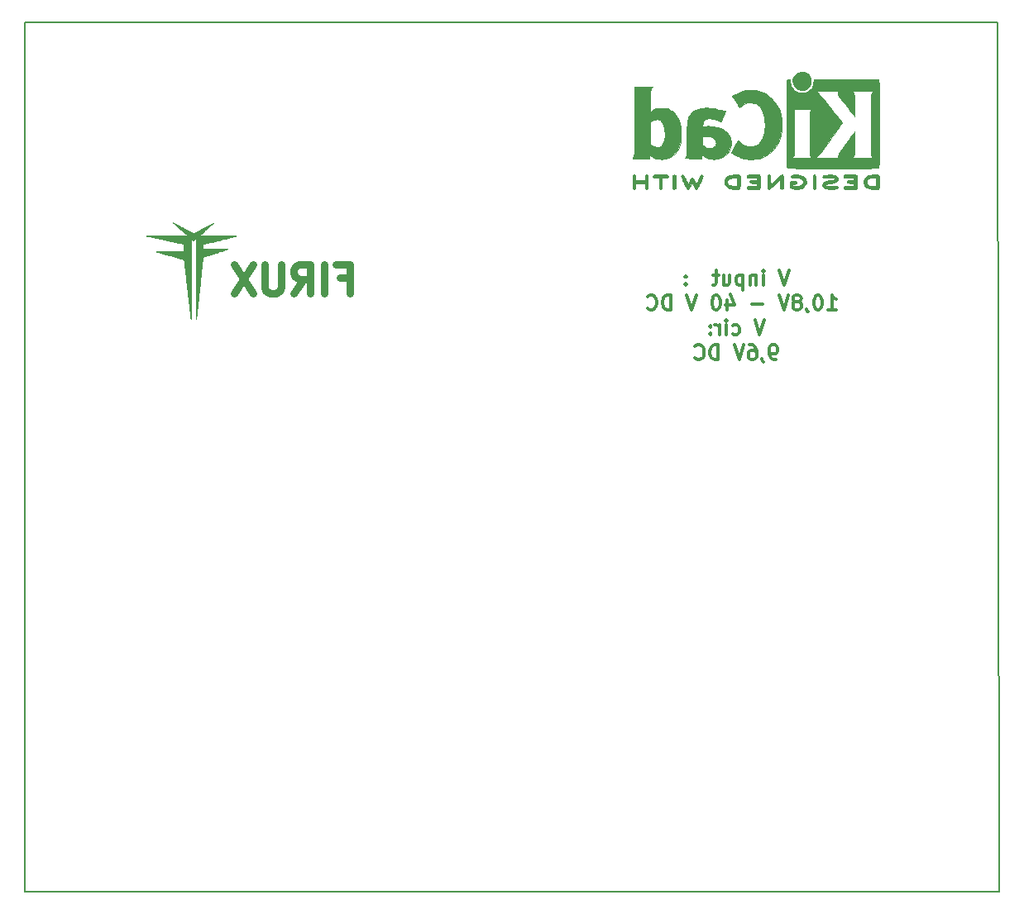
<source format=gbr>
G04 #@! TF.GenerationSoftware,KiCad,Pcbnew,(5.0.0)*
G04 #@! TF.CreationDate,2019-03-04T17:15:25-05:00*
G04 #@! TF.ProjectId,nivel y temperatura,6E6976656C20792074656D7065726174,V 1.0*
G04 #@! TF.SameCoordinates,Original*
G04 #@! TF.FileFunction,Legend,Bot*
G04 #@! TF.FilePolarity,Positive*
%FSLAX46Y46*%
G04 Gerber Fmt 4.6, Leading zero omitted, Abs format (unit mm)*
G04 Created by KiCad (PCBNEW (5.0.0)) date 03/04/19 17:15:25*
%MOMM*%
%LPD*%
G01*
G04 APERTURE LIST*
%ADD10C,0.300000*%
%ADD11C,0.750000*%
%ADD12C,0.150000*%
%ADD13C,0.010000*%
G04 APERTURE END LIST*
D10*
X170392857Y-71353571D02*
X169892857Y-72853571D01*
X169392857Y-71353571D01*
X167750000Y-72853571D02*
X167750000Y-71853571D01*
X167750000Y-71353571D02*
X167821428Y-71425000D01*
X167750000Y-71496428D01*
X167678571Y-71425000D01*
X167750000Y-71353571D01*
X167750000Y-71496428D01*
X167035714Y-71853571D02*
X167035714Y-72853571D01*
X167035714Y-71996428D02*
X166964285Y-71925000D01*
X166821428Y-71853571D01*
X166607142Y-71853571D01*
X166464285Y-71925000D01*
X166392857Y-72067857D01*
X166392857Y-72853571D01*
X165678571Y-71853571D02*
X165678571Y-73353571D01*
X165678571Y-71925000D02*
X165535714Y-71853571D01*
X165250000Y-71853571D01*
X165107142Y-71925000D01*
X165035714Y-71996428D01*
X164964285Y-72139285D01*
X164964285Y-72567857D01*
X165035714Y-72710714D01*
X165107142Y-72782142D01*
X165250000Y-72853571D01*
X165535714Y-72853571D01*
X165678571Y-72782142D01*
X163678571Y-71853571D02*
X163678571Y-72853571D01*
X164321428Y-71853571D02*
X164321428Y-72639285D01*
X164250000Y-72782142D01*
X164107142Y-72853571D01*
X163892857Y-72853571D01*
X163750000Y-72782142D01*
X163678571Y-72710714D01*
X163178571Y-71853571D02*
X162607142Y-71853571D01*
X162964285Y-71353571D02*
X162964285Y-72639285D01*
X162892857Y-72782142D01*
X162750000Y-72853571D01*
X162607142Y-72853571D01*
X159821428Y-72710714D02*
X159750000Y-72782142D01*
X159821428Y-72853571D01*
X159892857Y-72782142D01*
X159821428Y-72710714D01*
X159821428Y-72853571D01*
X159821428Y-71925000D02*
X159750000Y-71996428D01*
X159821428Y-72067857D01*
X159892857Y-71996428D01*
X159821428Y-71925000D01*
X159821428Y-72067857D01*
X174357142Y-75403571D02*
X175214285Y-75403571D01*
X174785714Y-75403571D02*
X174785714Y-73903571D01*
X174928571Y-74117857D01*
X175071428Y-74260714D01*
X175214285Y-74332142D01*
X173428571Y-73903571D02*
X173285714Y-73903571D01*
X173142857Y-73975000D01*
X173071428Y-74046428D01*
X173000000Y-74189285D01*
X172928571Y-74475000D01*
X172928571Y-74832142D01*
X173000000Y-75117857D01*
X173071428Y-75260714D01*
X173142857Y-75332142D01*
X173285714Y-75403571D01*
X173428571Y-75403571D01*
X173571428Y-75332142D01*
X173642857Y-75260714D01*
X173714285Y-75117857D01*
X173785714Y-74832142D01*
X173785714Y-74475000D01*
X173714285Y-74189285D01*
X173642857Y-74046428D01*
X173571428Y-73975000D01*
X173428571Y-73903571D01*
X172214285Y-75332142D02*
X172214285Y-75403571D01*
X172285714Y-75546428D01*
X172357142Y-75617857D01*
X171357142Y-74546428D02*
X171500000Y-74475000D01*
X171571428Y-74403571D01*
X171642857Y-74260714D01*
X171642857Y-74189285D01*
X171571428Y-74046428D01*
X171500000Y-73975000D01*
X171357142Y-73903571D01*
X171071428Y-73903571D01*
X170928571Y-73975000D01*
X170857142Y-74046428D01*
X170785714Y-74189285D01*
X170785714Y-74260714D01*
X170857142Y-74403571D01*
X170928571Y-74475000D01*
X171071428Y-74546428D01*
X171357142Y-74546428D01*
X171500000Y-74617857D01*
X171571428Y-74689285D01*
X171642857Y-74832142D01*
X171642857Y-75117857D01*
X171571428Y-75260714D01*
X171500000Y-75332142D01*
X171357142Y-75403571D01*
X171071428Y-75403571D01*
X170928571Y-75332142D01*
X170857142Y-75260714D01*
X170785714Y-75117857D01*
X170785714Y-74832142D01*
X170857142Y-74689285D01*
X170928571Y-74617857D01*
X171071428Y-74546428D01*
X170357142Y-73903571D02*
X169857142Y-75403571D01*
X169357142Y-73903571D01*
X167714285Y-74832142D02*
X166571428Y-74832142D01*
X164071428Y-74403571D02*
X164071428Y-75403571D01*
X164428571Y-73832142D02*
X164785714Y-74903571D01*
X163857142Y-74903571D01*
X163000000Y-73903571D02*
X162857142Y-73903571D01*
X162714285Y-73975000D01*
X162642857Y-74046428D01*
X162571428Y-74189285D01*
X162500000Y-74475000D01*
X162500000Y-74832142D01*
X162571428Y-75117857D01*
X162642857Y-75260714D01*
X162714285Y-75332142D01*
X162857142Y-75403571D01*
X163000000Y-75403571D01*
X163142857Y-75332142D01*
X163214285Y-75260714D01*
X163285714Y-75117857D01*
X163357142Y-74832142D01*
X163357142Y-74475000D01*
X163285714Y-74189285D01*
X163214285Y-74046428D01*
X163142857Y-73975000D01*
X163000000Y-73903571D01*
X160928571Y-73903571D02*
X160428571Y-75403571D01*
X159928571Y-73903571D01*
X158285714Y-75403571D02*
X158285714Y-73903571D01*
X157928571Y-73903571D01*
X157714285Y-73975000D01*
X157571428Y-74117857D01*
X157500000Y-74260714D01*
X157428571Y-74546428D01*
X157428571Y-74760714D01*
X157500000Y-75046428D01*
X157571428Y-75189285D01*
X157714285Y-75332142D01*
X157928571Y-75403571D01*
X158285714Y-75403571D01*
X155928571Y-75260714D02*
X156000000Y-75332142D01*
X156214285Y-75403571D01*
X156357142Y-75403571D01*
X156571428Y-75332142D01*
X156714285Y-75189285D01*
X156785714Y-75046428D01*
X156857142Y-74760714D01*
X156857142Y-74546428D01*
X156785714Y-74260714D01*
X156714285Y-74117857D01*
X156571428Y-73975000D01*
X156357142Y-73903571D01*
X156214285Y-73903571D01*
X156000000Y-73975000D01*
X155928571Y-74046428D01*
X167892857Y-76453571D02*
X167392857Y-77953571D01*
X166892857Y-76453571D01*
X164607142Y-77882142D02*
X164750000Y-77953571D01*
X165035714Y-77953571D01*
X165178571Y-77882142D01*
X165250000Y-77810714D01*
X165321428Y-77667857D01*
X165321428Y-77239285D01*
X165250000Y-77096428D01*
X165178571Y-77025000D01*
X165035714Y-76953571D01*
X164750000Y-76953571D01*
X164607142Y-77025000D01*
X163964285Y-77953571D02*
X163964285Y-76953571D01*
X163964285Y-76453571D02*
X164035714Y-76525000D01*
X163964285Y-76596428D01*
X163892857Y-76525000D01*
X163964285Y-76453571D01*
X163964285Y-76596428D01*
X163250000Y-77953571D02*
X163250000Y-76953571D01*
X163250000Y-77239285D02*
X163178571Y-77096428D01*
X163107142Y-77025000D01*
X162964285Y-76953571D01*
X162821428Y-76953571D01*
X162321428Y-77810714D02*
X162250000Y-77882142D01*
X162321428Y-77953571D01*
X162392857Y-77882142D01*
X162321428Y-77810714D01*
X162321428Y-77953571D01*
X162321428Y-77025000D02*
X162250000Y-77096428D01*
X162321428Y-77167857D01*
X162392857Y-77096428D01*
X162321428Y-77025000D01*
X162321428Y-77167857D01*
X169071428Y-80503571D02*
X168785714Y-80503571D01*
X168642857Y-80432142D01*
X168571428Y-80360714D01*
X168428571Y-80146428D01*
X168357142Y-79860714D01*
X168357142Y-79289285D01*
X168428571Y-79146428D01*
X168500000Y-79075000D01*
X168642857Y-79003571D01*
X168928571Y-79003571D01*
X169071428Y-79075000D01*
X169142857Y-79146428D01*
X169214285Y-79289285D01*
X169214285Y-79646428D01*
X169142857Y-79789285D01*
X169071428Y-79860714D01*
X168928571Y-79932142D01*
X168642857Y-79932142D01*
X168500000Y-79860714D01*
X168428571Y-79789285D01*
X168357142Y-79646428D01*
X167642857Y-80432142D02*
X167642857Y-80503571D01*
X167714285Y-80646428D01*
X167785714Y-80717857D01*
X166357142Y-79003571D02*
X166642857Y-79003571D01*
X166785714Y-79075000D01*
X166857142Y-79146428D01*
X167000000Y-79360714D01*
X167071428Y-79646428D01*
X167071428Y-80217857D01*
X167000000Y-80360714D01*
X166928571Y-80432142D01*
X166785714Y-80503571D01*
X166500000Y-80503571D01*
X166357142Y-80432142D01*
X166285714Y-80360714D01*
X166214285Y-80217857D01*
X166214285Y-79860714D01*
X166285714Y-79717857D01*
X166357142Y-79646428D01*
X166500000Y-79575000D01*
X166785714Y-79575000D01*
X166928571Y-79646428D01*
X167000000Y-79717857D01*
X167071428Y-79860714D01*
X165785714Y-79003571D02*
X165285714Y-80503571D01*
X164785714Y-79003571D01*
X163142857Y-80503571D02*
X163142857Y-79003571D01*
X162785714Y-79003571D01*
X162571428Y-79075000D01*
X162428571Y-79217857D01*
X162357142Y-79360714D01*
X162285714Y-79646428D01*
X162285714Y-79860714D01*
X162357142Y-80146428D01*
X162428571Y-80289285D01*
X162571428Y-80432142D01*
X162785714Y-80503571D01*
X163142857Y-80503571D01*
X160785714Y-80360714D02*
X160857142Y-80432142D01*
X161071428Y-80503571D01*
X161214285Y-80503571D01*
X161428571Y-80432142D01*
X161571428Y-80289285D01*
X161642857Y-80146428D01*
X161714285Y-79860714D01*
X161714285Y-79646428D01*
X161642857Y-79360714D01*
X161571428Y-79217857D01*
X161428571Y-79075000D01*
X161214285Y-79003571D01*
X161071428Y-79003571D01*
X160857142Y-79075000D01*
X160785714Y-79146428D01*
D11*
X124418571Y-72145714D02*
X125418571Y-72145714D01*
X125418571Y-73717142D02*
X125418571Y-70717142D01*
X123990000Y-70717142D01*
X122847142Y-73717142D02*
X122847142Y-70717142D01*
X119704285Y-73717142D02*
X120704285Y-72288571D01*
X121418571Y-73717142D02*
X121418571Y-70717142D01*
X120275714Y-70717142D01*
X119990000Y-70860000D01*
X119847142Y-71002857D01*
X119704285Y-71288571D01*
X119704285Y-71717142D01*
X119847142Y-72002857D01*
X119990000Y-72145714D01*
X120275714Y-72288571D01*
X121418571Y-72288571D01*
X118418571Y-70717142D02*
X118418571Y-73145714D01*
X118275714Y-73431428D01*
X118132857Y-73574285D01*
X117847142Y-73717142D01*
X117275714Y-73717142D01*
X116990000Y-73574285D01*
X116847142Y-73431428D01*
X116704285Y-73145714D01*
X116704285Y-70717142D01*
X115561428Y-70717142D02*
X113561428Y-73717142D01*
X113561428Y-70717142D02*
X115561428Y-73717142D01*
D12*
X92202000Y-45974000D02*
X92202000Y-134974000D01*
X191770000Y-45974000D02*
X92202000Y-45974000D01*
X191900000Y-135000000D02*
X191770000Y-45970000D01*
X92202000Y-135000000D02*
X191900000Y-135000000D01*
D13*
G04 #@! TO.C,G\002A\002A\002A*
G36*
X107367506Y-66481756D02*
X107377159Y-66490863D01*
X107399928Y-66511594D01*
X107434840Y-66543084D01*
X107480922Y-66584470D01*
X107537202Y-66634885D01*
X107602708Y-66693466D01*
X107676466Y-66759348D01*
X107757504Y-66831665D01*
X107844850Y-66909553D01*
X107937530Y-66992147D01*
X108034572Y-67078583D01*
X108135004Y-67167995D01*
X108237853Y-67259518D01*
X108342146Y-67352289D01*
X108446910Y-67445442D01*
X108551174Y-67538112D01*
X108653964Y-67629434D01*
X108754308Y-67718544D01*
X108851232Y-67804578D01*
X108943766Y-67886669D01*
X109030935Y-67963953D01*
X109111767Y-68035566D01*
X109185290Y-68100643D01*
X109250531Y-68158319D01*
X109306517Y-68207728D01*
X109352276Y-68248007D01*
X109386836Y-68278291D01*
X109409222Y-68297714D01*
X109418463Y-68305412D01*
X109418647Y-68305507D01*
X109426308Y-68299252D01*
X109447455Y-68281082D01*
X109481273Y-68251712D01*
X109526950Y-68211853D01*
X109583674Y-68162221D01*
X109650631Y-68103530D01*
X109727008Y-68036493D01*
X109811992Y-67961824D01*
X109904770Y-67880236D01*
X110004529Y-67792445D01*
X110110457Y-67699163D01*
X110221740Y-67601105D01*
X110337565Y-67498984D01*
X110429210Y-67418141D01*
X110548136Y-67313194D01*
X110663216Y-67211607D01*
X110773632Y-67114106D01*
X110878561Y-67021417D01*
X110977184Y-66934265D01*
X111068681Y-66853377D01*
X111152232Y-66779478D01*
X111227015Y-66713293D01*
X111292212Y-66655548D01*
X111347001Y-66606970D01*
X111390562Y-66568283D01*
X111422075Y-66540214D01*
X111440720Y-66523487D01*
X111445773Y-66518815D01*
X111448045Y-66516469D01*
X111450021Y-66514397D01*
X111450861Y-66513037D01*
X111449723Y-66512829D01*
X111445766Y-66514212D01*
X111438150Y-66517627D01*
X111426033Y-66523512D01*
X111408573Y-66532308D01*
X111384931Y-66544452D01*
X111354264Y-66560386D01*
X111315732Y-66580548D01*
X111268494Y-66605377D01*
X111211708Y-66635314D01*
X111144534Y-66670798D01*
X111066131Y-66712268D01*
X110975657Y-66760164D01*
X110872271Y-66814925D01*
X110755132Y-66876990D01*
X110623400Y-66946800D01*
X110476232Y-67024793D01*
X110394584Y-67068063D01*
X110269264Y-67134426D01*
X110148530Y-67198263D01*
X110033441Y-67259020D01*
X109925055Y-67316142D01*
X109824430Y-67369074D01*
X109732625Y-67417262D01*
X109650699Y-67460152D01*
X109579710Y-67497188D01*
X109520716Y-67527816D01*
X109474776Y-67551483D01*
X109442948Y-67567632D01*
X109426291Y-67575710D01*
X109424039Y-67576564D01*
X109414705Y-67572179D01*
X109389883Y-67559437D01*
X109350730Y-67538957D01*
X109298402Y-67511360D01*
X109234056Y-67477264D01*
X109158847Y-67437289D01*
X109073933Y-67392054D01*
X108980470Y-67342179D01*
X108879613Y-67288284D01*
X108772520Y-67230987D01*
X108660347Y-67170909D01*
X108544250Y-67108668D01*
X108425385Y-67044884D01*
X108304909Y-66980177D01*
X108183978Y-66915167D01*
X108063748Y-66850471D01*
X107945377Y-66786711D01*
X107830019Y-66724506D01*
X107718832Y-66664474D01*
X107612972Y-66607236D01*
X107513596Y-66553411D01*
X107470568Y-66530071D01*
X107430133Y-66508620D01*
X107397695Y-66492372D01*
X107375740Y-66482493D01*
X107366754Y-66480148D01*
X107367506Y-66481756D01*
X107367506Y-66481756D01*
G37*
X107367506Y-66481756D02*
X107377159Y-66490863D01*
X107399928Y-66511594D01*
X107434840Y-66543084D01*
X107480922Y-66584470D01*
X107537202Y-66634885D01*
X107602708Y-66693466D01*
X107676466Y-66759348D01*
X107757504Y-66831665D01*
X107844850Y-66909553D01*
X107937530Y-66992147D01*
X108034572Y-67078583D01*
X108135004Y-67167995D01*
X108237853Y-67259518D01*
X108342146Y-67352289D01*
X108446910Y-67445442D01*
X108551174Y-67538112D01*
X108653964Y-67629434D01*
X108754308Y-67718544D01*
X108851232Y-67804578D01*
X108943766Y-67886669D01*
X109030935Y-67963953D01*
X109111767Y-68035566D01*
X109185290Y-68100643D01*
X109250531Y-68158319D01*
X109306517Y-68207728D01*
X109352276Y-68248007D01*
X109386836Y-68278291D01*
X109409222Y-68297714D01*
X109418463Y-68305412D01*
X109418647Y-68305507D01*
X109426308Y-68299252D01*
X109447455Y-68281082D01*
X109481273Y-68251712D01*
X109526950Y-68211853D01*
X109583674Y-68162221D01*
X109650631Y-68103530D01*
X109727008Y-68036493D01*
X109811992Y-67961824D01*
X109904770Y-67880236D01*
X110004529Y-67792445D01*
X110110457Y-67699163D01*
X110221740Y-67601105D01*
X110337565Y-67498984D01*
X110429210Y-67418141D01*
X110548136Y-67313194D01*
X110663216Y-67211607D01*
X110773632Y-67114106D01*
X110878561Y-67021417D01*
X110977184Y-66934265D01*
X111068681Y-66853377D01*
X111152232Y-66779478D01*
X111227015Y-66713293D01*
X111292212Y-66655548D01*
X111347001Y-66606970D01*
X111390562Y-66568283D01*
X111422075Y-66540214D01*
X111440720Y-66523487D01*
X111445773Y-66518815D01*
X111448045Y-66516469D01*
X111450021Y-66514397D01*
X111450861Y-66513037D01*
X111449723Y-66512829D01*
X111445766Y-66514212D01*
X111438150Y-66517627D01*
X111426033Y-66523512D01*
X111408573Y-66532308D01*
X111384931Y-66544452D01*
X111354264Y-66560386D01*
X111315732Y-66580548D01*
X111268494Y-66605377D01*
X111211708Y-66635314D01*
X111144534Y-66670798D01*
X111066131Y-66712268D01*
X110975657Y-66760164D01*
X110872271Y-66814925D01*
X110755132Y-66876990D01*
X110623400Y-66946800D01*
X110476232Y-67024793D01*
X110394584Y-67068063D01*
X110269264Y-67134426D01*
X110148530Y-67198263D01*
X110033441Y-67259020D01*
X109925055Y-67316142D01*
X109824430Y-67369074D01*
X109732625Y-67417262D01*
X109650699Y-67460152D01*
X109579710Y-67497188D01*
X109520716Y-67527816D01*
X109474776Y-67551483D01*
X109442948Y-67567632D01*
X109426291Y-67575710D01*
X109424039Y-67576564D01*
X109414705Y-67572179D01*
X109389883Y-67559437D01*
X109350730Y-67538957D01*
X109298402Y-67511360D01*
X109234056Y-67477264D01*
X109158847Y-67437289D01*
X109073933Y-67392054D01*
X108980470Y-67342179D01*
X108879613Y-67288284D01*
X108772520Y-67230987D01*
X108660347Y-67170909D01*
X108544250Y-67108668D01*
X108425385Y-67044884D01*
X108304909Y-66980177D01*
X108183978Y-66915167D01*
X108063748Y-66850471D01*
X107945377Y-66786711D01*
X107830019Y-66724506D01*
X107718832Y-66664474D01*
X107612972Y-66607236D01*
X107513596Y-66553411D01*
X107470568Y-66530071D01*
X107430133Y-66508620D01*
X107397695Y-66492372D01*
X107375740Y-66482493D01*
X107366754Y-66480148D01*
X107367506Y-66481756D01*
G36*
X106697943Y-67808743D02*
X106503801Y-67808870D01*
X106314482Y-67809060D01*
X106130850Y-67809310D01*
X105953771Y-67809616D01*
X105784108Y-67809974D01*
X105622726Y-67810382D01*
X105470490Y-67810836D01*
X105328265Y-67811331D01*
X105196915Y-67811865D01*
X105077304Y-67812434D01*
X104970297Y-67813035D01*
X104876759Y-67813663D01*
X104797554Y-67814316D01*
X104733547Y-67814989D01*
X104685602Y-67815680D01*
X104654585Y-67816384D01*
X104641359Y-67817099D01*
X104641058Y-67817167D01*
X104631878Y-67820383D01*
X104627197Y-67823458D01*
X104628733Y-67826902D01*
X104638202Y-67831219D01*
X104657318Y-67836917D01*
X104687800Y-67844503D01*
X104731362Y-67854484D01*
X104789721Y-67867367D01*
X104864593Y-67883657D01*
X104870604Y-67884962D01*
X104943556Y-67900792D01*
X105020045Y-67917392D01*
X105095026Y-67933666D01*
X105163457Y-67948521D01*
X105220292Y-67960861D01*
X105236005Y-67964273D01*
X105296777Y-67977457D01*
X105362254Y-67991640D01*
X105425100Y-68005233D01*
X105477984Y-68016649D01*
X105484289Y-68018008D01*
X105518953Y-68025497D01*
X105569011Y-68036339D01*
X105631515Y-68049895D01*
X105703516Y-68065525D01*
X105782065Y-68082588D01*
X105864215Y-68100445D01*
X105934013Y-68115627D01*
X106022240Y-68134820D01*
X106114004Y-68154779D01*
X106205416Y-68174658D01*
X106292588Y-68193611D01*
X106371629Y-68210793D01*
X106438649Y-68225358D01*
X106472744Y-68232765D01*
X106539487Y-68247271D01*
X106619047Y-68264578D01*
X106705899Y-68283484D01*
X106794521Y-68302785D01*
X106879386Y-68321279D01*
X106922467Y-68330672D01*
X106987912Y-68344942D01*
X107050425Y-68358561D01*
X107111838Y-68371930D01*
X107173987Y-68385444D01*
X107238705Y-68399501D01*
X107307826Y-68414500D01*
X107383184Y-68430838D01*
X107466613Y-68448913D01*
X107559948Y-68469122D01*
X107665021Y-68491863D01*
X107783667Y-68517533D01*
X107917720Y-68546531D01*
X108006919Y-68565824D01*
X108454262Y-68662577D01*
X108454300Y-69026481D01*
X108454337Y-69390384D01*
X107101762Y-69390384D01*
X106926638Y-69390447D01*
X106759643Y-69390632D01*
X106601639Y-69390933D01*
X106453489Y-69391344D01*
X106316057Y-69391860D01*
X106190205Y-69392476D01*
X106076797Y-69393186D01*
X105976695Y-69393984D01*
X105890762Y-69394864D01*
X105819862Y-69395822D01*
X105764858Y-69396851D01*
X105726612Y-69397946D01*
X105705988Y-69399101D01*
X105703403Y-69399451D01*
X105669617Y-69407384D01*
X105638638Y-69416644D01*
X105629513Y-69420032D01*
X105620549Y-69424377D01*
X105617778Y-69428648D01*
X105623188Y-69433705D01*
X105638769Y-69440406D01*
X105666512Y-69449608D01*
X105708405Y-69462171D01*
X105765367Y-69478645D01*
X105819327Y-69494124D01*
X105889672Y-69514267D01*
X105974710Y-69538592D01*
X106072749Y-69566616D01*
X106182099Y-69597858D01*
X106301067Y-69631833D01*
X106427962Y-69668060D01*
X106561091Y-69706057D01*
X106698764Y-69745339D01*
X106839288Y-69785426D01*
X106980972Y-69825834D01*
X107122125Y-69866080D01*
X107261054Y-69905683D01*
X107396068Y-69944159D01*
X107525476Y-69981027D01*
X107647585Y-70015802D01*
X107760704Y-70048004D01*
X107863141Y-70077148D01*
X107929660Y-70096062D01*
X108024844Y-70123133D01*
X108114488Y-70148660D01*
X108196985Y-70172184D01*
X108270730Y-70193244D01*
X108334115Y-70211381D01*
X108385536Y-70226136D01*
X108423385Y-70237048D01*
X108446056Y-70243660D01*
X108452189Y-70245546D01*
X108453996Y-70255293D01*
X108457604Y-70281585D01*
X108462655Y-70321557D01*
X108468790Y-70372346D01*
X108475651Y-70431089D01*
X108477971Y-70451363D01*
X108485221Y-70515035D01*
X108491990Y-70574482D01*
X108497867Y-70626105D01*
X108502443Y-70666301D01*
X108505309Y-70691471D01*
X108505662Y-70694577D01*
X108508535Y-70719601D01*
X108513046Y-70758626D01*
X108518569Y-70806258D01*
X108524326Y-70855769D01*
X108527816Y-70885999D01*
X108533287Y-70933724D01*
X108540521Y-70997036D01*
X108549302Y-71074026D01*
X108559412Y-71162785D01*
X108570633Y-71261405D01*
X108582749Y-71367978D01*
X108595542Y-71480594D01*
X108608794Y-71597346D01*
X108617761Y-71676384D01*
X108644516Y-71912301D01*
X108669159Y-72129583D01*
X108691776Y-72328996D01*
X108712455Y-72511309D01*
X108731282Y-72677288D01*
X108748344Y-72827703D01*
X108763730Y-72963319D01*
X108777525Y-73084905D01*
X108789818Y-73193229D01*
X108800695Y-73289058D01*
X108810243Y-73373159D01*
X108818550Y-73446300D01*
X108825702Y-73509249D01*
X108831788Y-73562773D01*
X108836894Y-73607641D01*
X108841107Y-73644618D01*
X108844514Y-73674474D01*
X108847203Y-73697976D01*
X108849260Y-73715890D01*
X108850774Y-73728986D01*
X108851830Y-73738030D01*
X108852371Y-73742577D01*
X108854811Y-73763426D01*
X108859236Y-73801821D01*
X108865483Y-73856315D01*
X108873385Y-73925459D01*
X108882780Y-74007806D01*
X108893503Y-74101907D01*
X108905389Y-74206314D01*
X108918274Y-74319578D01*
X108931994Y-74440253D01*
X108946385Y-74566889D01*
X108961282Y-74698038D01*
X108976521Y-74832253D01*
X108991938Y-74968085D01*
X109007368Y-75104086D01*
X109022647Y-75238809D01*
X109037611Y-75370804D01*
X109052095Y-75498624D01*
X109065935Y-75620820D01*
X109078967Y-75735945D01*
X109091027Y-75842551D01*
X109101949Y-75939188D01*
X109111571Y-76024410D01*
X109119727Y-76096768D01*
X109126253Y-76154814D01*
X109130985Y-76197099D01*
X109133759Y-76222177D01*
X109134369Y-76227905D01*
X109138691Y-76264953D01*
X109143472Y-76297359D01*
X109146898Y-76314698D01*
X109151259Y-76328621D01*
X109155627Y-76328447D01*
X109162600Y-76312378D01*
X109166743Y-76300985D01*
X109167890Y-76295953D01*
X109168975Y-76287063D01*
X109169999Y-76273776D01*
X109170965Y-76255555D01*
X109171874Y-76231859D01*
X109172729Y-76202150D01*
X109173532Y-76165891D01*
X109174286Y-76122540D01*
X109174991Y-76071561D01*
X109175650Y-76012414D01*
X109176266Y-75944561D01*
X109176840Y-75867462D01*
X109177374Y-75780580D01*
X109177871Y-75683374D01*
X109178333Y-75575307D01*
X109178761Y-75455840D01*
X109179158Y-75324434D01*
X109179526Y-75180551D01*
X109179867Y-75023651D01*
X109180182Y-74853196D01*
X109180475Y-74668646D01*
X109180747Y-74469465D01*
X109181001Y-74255111D01*
X109181238Y-74025048D01*
X109181460Y-73778736D01*
X109181670Y-73515636D01*
X109181869Y-73235209D01*
X109182060Y-72936918D01*
X109182245Y-72620222D01*
X109182426Y-72284584D01*
X109182445Y-72247884D01*
X109184519Y-68232731D01*
X109061857Y-68115500D01*
X109011703Y-68067830D01*
X108956470Y-68015765D01*
X108901660Y-67964469D01*
X108852782Y-67919103D01*
X108835300Y-67903019D01*
X108731404Y-67807769D01*
X106697943Y-67808743D01*
X106697943Y-67808743D01*
G37*
X106697943Y-67808743D02*
X106503801Y-67808870D01*
X106314482Y-67809060D01*
X106130850Y-67809310D01*
X105953771Y-67809616D01*
X105784108Y-67809974D01*
X105622726Y-67810382D01*
X105470490Y-67810836D01*
X105328265Y-67811331D01*
X105196915Y-67811865D01*
X105077304Y-67812434D01*
X104970297Y-67813035D01*
X104876759Y-67813663D01*
X104797554Y-67814316D01*
X104733547Y-67814989D01*
X104685602Y-67815680D01*
X104654585Y-67816384D01*
X104641359Y-67817099D01*
X104641058Y-67817167D01*
X104631878Y-67820383D01*
X104627197Y-67823458D01*
X104628733Y-67826902D01*
X104638202Y-67831219D01*
X104657318Y-67836917D01*
X104687800Y-67844503D01*
X104731362Y-67854484D01*
X104789721Y-67867367D01*
X104864593Y-67883657D01*
X104870604Y-67884962D01*
X104943556Y-67900792D01*
X105020045Y-67917392D01*
X105095026Y-67933666D01*
X105163457Y-67948521D01*
X105220292Y-67960861D01*
X105236005Y-67964273D01*
X105296777Y-67977457D01*
X105362254Y-67991640D01*
X105425100Y-68005233D01*
X105477984Y-68016649D01*
X105484289Y-68018008D01*
X105518953Y-68025497D01*
X105569011Y-68036339D01*
X105631515Y-68049895D01*
X105703516Y-68065525D01*
X105782065Y-68082588D01*
X105864215Y-68100445D01*
X105934013Y-68115627D01*
X106022240Y-68134820D01*
X106114004Y-68154779D01*
X106205416Y-68174658D01*
X106292588Y-68193611D01*
X106371629Y-68210793D01*
X106438649Y-68225358D01*
X106472744Y-68232765D01*
X106539487Y-68247271D01*
X106619047Y-68264578D01*
X106705899Y-68283484D01*
X106794521Y-68302785D01*
X106879386Y-68321279D01*
X106922467Y-68330672D01*
X106987912Y-68344942D01*
X107050425Y-68358561D01*
X107111838Y-68371930D01*
X107173987Y-68385444D01*
X107238705Y-68399501D01*
X107307826Y-68414500D01*
X107383184Y-68430838D01*
X107466613Y-68448913D01*
X107559948Y-68469122D01*
X107665021Y-68491863D01*
X107783667Y-68517533D01*
X107917720Y-68546531D01*
X108006919Y-68565824D01*
X108454262Y-68662577D01*
X108454300Y-69026481D01*
X108454337Y-69390384D01*
X107101762Y-69390384D01*
X106926638Y-69390447D01*
X106759643Y-69390632D01*
X106601639Y-69390933D01*
X106453489Y-69391344D01*
X106316057Y-69391860D01*
X106190205Y-69392476D01*
X106076797Y-69393186D01*
X105976695Y-69393984D01*
X105890762Y-69394864D01*
X105819862Y-69395822D01*
X105764858Y-69396851D01*
X105726612Y-69397946D01*
X105705988Y-69399101D01*
X105703403Y-69399451D01*
X105669617Y-69407384D01*
X105638638Y-69416644D01*
X105629513Y-69420032D01*
X105620549Y-69424377D01*
X105617778Y-69428648D01*
X105623188Y-69433705D01*
X105638769Y-69440406D01*
X105666512Y-69449608D01*
X105708405Y-69462171D01*
X105765367Y-69478645D01*
X105819327Y-69494124D01*
X105889672Y-69514267D01*
X105974710Y-69538592D01*
X106072749Y-69566616D01*
X106182099Y-69597858D01*
X106301067Y-69631833D01*
X106427962Y-69668060D01*
X106561091Y-69706057D01*
X106698764Y-69745339D01*
X106839288Y-69785426D01*
X106980972Y-69825834D01*
X107122125Y-69866080D01*
X107261054Y-69905683D01*
X107396068Y-69944159D01*
X107525476Y-69981027D01*
X107647585Y-70015802D01*
X107760704Y-70048004D01*
X107863141Y-70077148D01*
X107929660Y-70096062D01*
X108024844Y-70123133D01*
X108114488Y-70148660D01*
X108196985Y-70172184D01*
X108270730Y-70193244D01*
X108334115Y-70211381D01*
X108385536Y-70226136D01*
X108423385Y-70237048D01*
X108446056Y-70243660D01*
X108452189Y-70245546D01*
X108453996Y-70255293D01*
X108457604Y-70281585D01*
X108462655Y-70321557D01*
X108468790Y-70372346D01*
X108475651Y-70431089D01*
X108477971Y-70451363D01*
X108485221Y-70515035D01*
X108491990Y-70574482D01*
X108497867Y-70626105D01*
X108502443Y-70666301D01*
X108505309Y-70691471D01*
X108505662Y-70694577D01*
X108508535Y-70719601D01*
X108513046Y-70758626D01*
X108518569Y-70806258D01*
X108524326Y-70855769D01*
X108527816Y-70885999D01*
X108533287Y-70933724D01*
X108540521Y-70997036D01*
X108549302Y-71074026D01*
X108559412Y-71162785D01*
X108570633Y-71261405D01*
X108582749Y-71367978D01*
X108595542Y-71480594D01*
X108608794Y-71597346D01*
X108617761Y-71676384D01*
X108644516Y-71912301D01*
X108669159Y-72129583D01*
X108691776Y-72328996D01*
X108712455Y-72511309D01*
X108731282Y-72677288D01*
X108748344Y-72827703D01*
X108763730Y-72963319D01*
X108777525Y-73084905D01*
X108789818Y-73193229D01*
X108800695Y-73289058D01*
X108810243Y-73373159D01*
X108818550Y-73446300D01*
X108825702Y-73509249D01*
X108831788Y-73562773D01*
X108836894Y-73607641D01*
X108841107Y-73644618D01*
X108844514Y-73674474D01*
X108847203Y-73697976D01*
X108849260Y-73715890D01*
X108850774Y-73728986D01*
X108851830Y-73738030D01*
X108852371Y-73742577D01*
X108854811Y-73763426D01*
X108859236Y-73801821D01*
X108865483Y-73856315D01*
X108873385Y-73925459D01*
X108882780Y-74007806D01*
X108893503Y-74101907D01*
X108905389Y-74206314D01*
X108918274Y-74319578D01*
X108931994Y-74440253D01*
X108946385Y-74566889D01*
X108961282Y-74698038D01*
X108976521Y-74832253D01*
X108991938Y-74968085D01*
X109007368Y-75104086D01*
X109022647Y-75238809D01*
X109037611Y-75370804D01*
X109052095Y-75498624D01*
X109065935Y-75620820D01*
X109078967Y-75735945D01*
X109091027Y-75842551D01*
X109101949Y-75939188D01*
X109111571Y-76024410D01*
X109119727Y-76096768D01*
X109126253Y-76154814D01*
X109130985Y-76197099D01*
X109133759Y-76222177D01*
X109134369Y-76227905D01*
X109138691Y-76264953D01*
X109143472Y-76297359D01*
X109146898Y-76314698D01*
X109151259Y-76328621D01*
X109155627Y-76328447D01*
X109162600Y-76312378D01*
X109166743Y-76300985D01*
X109167890Y-76295953D01*
X109168975Y-76287063D01*
X109169999Y-76273776D01*
X109170965Y-76255555D01*
X109171874Y-76231859D01*
X109172729Y-76202150D01*
X109173532Y-76165891D01*
X109174286Y-76122540D01*
X109174991Y-76071561D01*
X109175650Y-76012414D01*
X109176266Y-75944561D01*
X109176840Y-75867462D01*
X109177374Y-75780580D01*
X109177871Y-75683374D01*
X109178333Y-75575307D01*
X109178761Y-75455840D01*
X109179158Y-75324434D01*
X109179526Y-75180551D01*
X109179867Y-75023651D01*
X109180182Y-74853196D01*
X109180475Y-74668646D01*
X109180747Y-74469465D01*
X109181001Y-74255111D01*
X109181238Y-74025048D01*
X109181460Y-73778736D01*
X109181670Y-73515636D01*
X109181869Y-73235209D01*
X109182060Y-72936918D01*
X109182245Y-72620222D01*
X109182426Y-72284584D01*
X109182445Y-72247884D01*
X109184519Y-68232731D01*
X109061857Y-68115500D01*
X109011703Y-68067830D01*
X108956470Y-68015765D01*
X108901660Y-67964469D01*
X108852782Y-67919103D01*
X108835300Y-67903019D01*
X108731404Y-67807769D01*
X106697943Y-67808743D01*
G36*
X110022431Y-67878464D02*
X109992032Y-67904725D01*
X109951482Y-67940860D01*
X109904444Y-67983542D01*
X109854584Y-68029448D01*
X109806296Y-68074565D01*
X109662969Y-68209593D01*
X109663114Y-72197239D01*
X109663260Y-76184884D01*
X109685869Y-76267923D01*
X109695767Y-76302069D01*
X109703621Y-76324992D01*
X109708324Y-76333677D01*
X109709163Y-76331423D01*
X109710245Y-76319807D01*
X109713217Y-76290499D01*
X109717895Y-76245225D01*
X109724096Y-76185712D01*
X109731638Y-76113686D01*
X109740337Y-76030873D01*
X109750011Y-75939001D01*
X109760478Y-75839796D01*
X109771553Y-75734983D01*
X109783055Y-75626290D01*
X109794800Y-75515443D01*
X109806605Y-75404168D01*
X109818289Y-75294192D01*
X109829667Y-75187242D01*
X109840557Y-75085043D01*
X109850777Y-74989323D01*
X109860142Y-74901807D01*
X109868471Y-74824222D01*
X109875581Y-74758295D01*
X109881288Y-74705752D01*
X109882992Y-74690192D01*
X109885349Y-74668407D01*
X109889461Y-74630026D01*
X109895027Y-74577873D01*
X109901748Y-74514770D01*
X109909322Y-74443543D01*
X109917448Y-74367015D01*
X109920991Y-74333615D01*
X109929212Y-74256271D01*
X109936978Y-74183548D01*
X109943997Y-74118161D01*
X109949975Y-74062829D01*
X109954619Y-74020267D01*
X109957637Y-73993193D01*
X109958384Y-73986807D01*
X109959944Y-73972793D01*
X109963454Y-73940443D01*
X109968799Y-73890844D01*
X109975862Y-73825079D01*
X109984527Y-73744232D01*
X109994678Y-73649389D01*
X110006201Y-73541634D01*
X110018977Y-73422052D01*
X110032893Y-73291727D01*
X110047832Y-73151744D01*
X110063677Y-73003186D01*
X110080314Y-72847140D01*
X110097625Y-72684689D01*
X110115496Y-72516918D01*
X110122299Y-72453038D01*
X110140348Y-72283557D01*
X110157878Y-72118990D01*
X110174774Y-71960422D01*
X110190919Y-71808938D01*
X110206199Y-71665621D01*
X110220497Y-71531558D01*
X110233697Y-71407832D01*
X110245685Y-71295527D01*
X110256343Y-71195729D01*
X110265557Y-71109522D01*
X110273211Y-71037991D01*
X110279188Y-70982219D01*
X110283374Y-70943292D01*
X110285651Y-70922295D01*
X110285990Y-70919269D01*
X110287936Y-70901678D01*
X110291710Y-70866805D01*
X110297083Y-70816789D01*
X110303826Y-70753770D01*
X110311712Y-70679887D01*
X110320510Y-70597278D01*
X110329993Y-70508083D01*
X110338191Y-70430863D01*
X110347916Y-70339477D01*
X110357043Y-70254273D01*
X110365362Y-70177167D01*
X110372663Y-70110080D01*
X110378736Y-70054929D01*
X110383373Y-70013634D01*
X110386362Y-69988113D01*
X110387470Y-69980216D01*
X110396462Y-69977282D01*
X110422374Y-69969009D01*
X110464193Y-69955717D01*
X110520902Y-69937728D01*
X110591489Y-69915363D01*
X110674938Y-69888942D01*
X110770235Y-69858787D01*
X110876366Y-69825219D01*
X110992315Y-69788558D01*
X111117069Y-69749126D01*
X111249613Y-69707243D01*
X111388933Y-69663231D01*
X111534013Y-69617410D01*
X111649247Y-69581023D01*
X111798212Y-69533955D01*
X111942272Y-69488369D01*
X112080406Y-69444592D01*
X112211592Y-69402949D01*
X112334810Y-69363768D01*
X112449039Y-69327374D01*
X112553256Y-69294095D01*
X112646441Y-69264256D01*
X112727573Y-69238184D01*
X112795631Y-69216205D01*
X112849593Y-69198647D01*
X112888438Y-69185834D01*
X112911145Y-69178094D01*
X112916983Y-69175803D01*
X112914236Y-69167558D01*
X112898444Y-69155376D01*
X112888875Y-69149980D01*
X112883196Y-69147321D01*
X112876307Y-69144922D01*
X112867237Y-69142766D01*
X112855016Y-69140835D01*
X112838675Y-69139110D01*
X112817243Y-69137574D01*
X112789750Y-69136210D01*
X112755227Y-69134998D01*
X112712703Y-69133922D01*
X112661208Y-69132963D01*
X112599772Y-69132104D01*
X112527425Y-69131326D01*
X112443198Y-69130612D01*
X112346119Y-69129944D01*
X112235220Y-69129304D01*
X112109529Y-69128674D01*
X111968078Y-69128036D01*
X111809895Y-69127373D01*
X111634011Y-69126666D01*
X111621139Y-69126615D01*
X110389085Y-69121731D01*
X110386568Y-68899906D01*
X110384050Y-68678082D01*
X110419360Y-68668275D01*
X110436177Y-68663898D01*
X110469034Y-68655610D01*
X110515729Y-68643957D01*
X110574056Y-68629487D01*
X110641813Y-68612744D01*
X110716795Y-68594277D01*
X110796798Y-68574631D01*
X110815385Y-68570074D01*
X111096481Y-68501181D01*
X111359867Y-68436603D01*
X111606082Y-68376205D01*
X111835663Y-68319855D01*
X112049147Y-68267416D01*
X112247070Y-68218755D01*
X112429971Y-68173738D01*
X112598387Y-68132230D01*
X112752854Y-68094098D01*
X112893910Y-68059205D01*
X113022092Y-68027420D01*
X113137938Y-67998606D01*
X113241985Y-67972630D01*
X113334769Y-67949358D01*
X113416829Y-67928655D01*
X113488701Y-67910386D01*
X113550923Y-67894418D01*
X113604031Y-67880617D01*
X113648564Y-67868847D01*
X113685058Y-67858975D01*
X113714050Y-67850866D01*
X113736079Y-67844386D01*
X113751680Y-67839401D01*
X113761392Y-67835776D01*
X113765751Y-67833377D01*
X113765979Y-67832423D01*
X113755795Y-67831042D01*
X113727912Y-67829739D01*
X113682254Y-67828513D01*
X113618740Y-67827364D01*
X113537292Y-67826292D01*
X113437832Y-67825296D01*
X113320281Y-67824375D01*
X113184560Y-67823528D01*
X113030590Y-67822756D01*
X112858293Y-67822058D01*
X112667591Y-67821432D01*
X112458404Y-67820880D01*
X112230654Y-67820399D01*
X111984262Y-67819990D01*
X111925814Y-67819908D01*
X110095239Y-67817393D01*
X110022431Y-67878464D01*
X110022431Y-67878464D01*
G37*
X110022431Y-67878464D02*
X109992032Y-67904725D01*
X109951482Y-67940860D01*
X109904444Y-67983542D01*
X109854584Y-68029448D01*
X109806296Y-68074565D01*
X109662969Y-68209593D01*
X109663114Y-72197239D01*
X109663260Y-76184884D01*
X109685869Y-76267923D01*
X109695767Y-76302069D01*
X109703621Y-76324992D01*
X109708324Y-76333677D01*
X109709163Y-76331423D01*
X109710245Y-76319807D01*
X109713217Y-76290499D01*
X109717895Y-76245225D01*
X109724096Y-76185712D01*
X109731638Y-76113686D01*
X109740337Y-76030873D01*
X109750011Y-75939001D01*
X109760478Y-75839796D01*
X109771553Y-75734983D01*
X109783055Y-75626290D01*
X109794800Y-75515443D01*
X109806605Y-75404168D01*
X109818289Y-75294192D01*
X109829667Y-75187242D01*
X109840557Y-75085043D01*
X109850777Y-74989323D01*
X109860142Y-74901807D01*
X109868471Y-74824222D01*
X109875581Y-74758295D01*
X109881288Y-74705752D01*
X109882992Y-74690192D01*
X109885349Y-74668407D01*
X109889461Y-74630026D01*
X109895027Y-74577873D01*
X109901748Y-74514770D01*
X109909322Y-74443543D01*
X109917448Y-74367015D01*
X109920991Y-74333615D01*
X109929212Y-74256271D01*
X109936978Y-74183548D01*
X109943997Y-74118161D01*
X109949975Y-74062829D01*
X109954619Y-74020267D01*
X109957637Y-73993193D01*
X109958384Y-73986807D01*
X109959944Y-73972793D01*
X109963454Y-73940443D01*
X109968799Y-73890844D01*
X109975862Y-73825079D01*
X109984527Y-73744232D01*
X109994678Y-73649389D01*
X110006201Y-73541634D01*
X110018977Y-73422052D01*
X110032893Y-73291727D01*
X110047832Y-73151744D01*
X110063677Y-73003186D01*
X110080314Y-72847140D01*
X110097625Y-72684689D01*
X110115496Y-72516918D01*
X110122299Y-72453038D01*
X110140348Y-72283557D01*
X110157878Y-72118990D01*
X110174774Y-71960422D01*
X110190919Y-71808938D01*
X110206199Y-71665621D01*
X110220497Y-71531558D01*
X110233697Y-71407832D01*
X110245685Y-71295527D01*
X110256343Y-71195729D01*
X110265557Y-71109522D01*
X110273211Y-71037991D01*
X110279188Y-70982219D01*
X110283374Y-70943292D01*
X110285651Y-70922295D01*
X110285990Y-70919269D01*
X110287936Y-70901678D01*
X110291710Y-70866805D01*
X110297083Y-70816789D01*
X110303826Y-70753770D01*
X110311712Y-70679887D01*
X110320510Y-70597278D01*
X110329993Y-70508083D01*
X110338191Y-70430863D01*
X110347916Y-70339477D01*
X110357043Y-70254273D01*
X110365362Y-70177167D01*
X110372663Y-70110080D01*
X110378736Y-70054929D01*
X110383373Y-70013634D01*
X110386362Y-69988113D01*
X110387470Y-69980216D01*
X110396462Y-69977282D01*
X110422374Y-69969009D01*
X110464193Y-69955717D01*
X110520902Y-69937728D01*
X110591489Y-69915363D01*
X110674938Y-69888942D01*
X110770235Y-69858787D01*
X110876366Y-69825219D01*
X110992315Y-69788558D01*
X111117069Y-69749126D01*
X111249613Y-69707243D01*
X111388933Y-69663231D01*
X111534013Y-69617410D01*
X111649247Y-69581023D01*
X111798212Y-69533955D01*
X111942272Y-69488369D01*
X112080406Y-69444592D01*
X112211592Y-69402949D01*
X112334810Y-69363768D01*
X112449039Y-69327374D01*
X112553256Y-69294095D01*
X112646441Y-69264256D01*
X112727573Y-69238184D01*
X112795631Y-69216205D01*
X112849593Y-69198647D01*
X112888438Y-69185834D01*
X112911145Y-69178094D01*
X112916983Y-69175803D01*
X112914236Y-69167558D01*
X112898444Y-69155376D01*
X112888875Y-69149980D01*
X112883196Y-69147321D01*
X112876307Y-69144922D01*
X112867237Y-69142766D01*
X112855016Y-69140835D01*
X112838675Y-69139110D01*
X112817243Y-69137574D01*
X112789750Y-69136210D01*
X112755227Y-69134998D01*
X112712703Y-69133922D01*
X112661208Y-69132963D01*
X112599772Y-69132104D01*
X112527425Y-69131326D01*
X112443198Y-69130612D01*
X112346119Y-69129944D01*
X112235220Y-69129304D01*
X112109529Y-69128674D01*
X111968078Y-69128036D01*
X111809895Y-69127373D01*
X111634011Y-69126666D01*
X111621139Y-69126615D01*
X110389085Y-69121731D01*
X110386568Y-68899906D01*
X110384050Y-68678082D01*
X110419360Y-68668275D01*
X110436177Y-68663898D01*
X110469034Y-68655610D01*
X110515729Y-68643957D01*
X110574056Y-68629487D01*
X110641813Y-68612744D01*
X110716795Y-68594277D01*
X110796798Y-68574631D01*
X110815385Y-68570074D01*
X111096481Y-68501181D01*
X111359867Y-68436603D01*
X111606082Y-68376205D01*
X111835663Y-68319855D01*
X112049147Y-68267416D01*
X112247070Y-68218755D01*
X112429971Y-68173738D01*
X112598387Y-68132230D01*
X112752854Y-68094098D01*
X112893910Y-68059205D01*
X113022092Y-68027420D01*
X113137938Y-67998606D01*
X113241985Y-67972630D01*
X113334769Y-67949358D01*
X113416829Y-67928655D01*
X113488701Y-67910386D01*
X113550923Y-67894418D01*
X113604031Y-67880617D01*
X113648564Y-67868847D01*
X113685058Y-67858975D01*
X113714050Y-67850866D01*
X113736079Y-67844386D01*
X113751680Y-67839401D01*
X113761392Y-67835776D01*
X113765751Y-67833377D01*
X113765979Y-67832423D01*
X113755795Y-67831042D01*
X113727912Y-67829739D01*
X113682254Y-67828513D01*
X113618740Y-67827364D01*
X113537292Y-67826292D01*
X113437832Y-67825296D01*
X113320281Y-67824375D01*
X113184560Y-67823528D01*
X113030590Y-67822756D01*
X112858293Y-67822058D01*
X112667591Y-67821432D01*
X112458404Y-67820880D01*
X112230654Y-67820399D01*
X111984262Y-67819990D01*
X111925814Y-67819908D01*
X110095239Y-67817393D01*
X110022431Y-67878464D01*
G04 #@! TO.C,REF\002A\002A*
G36*
X171566380Y-51026594D02*
X171372970Y-51075286D01*
X171199029Y-51161332D01*
X171048740Y-51281421D01*
X170926284Y-51432243D01*
X170835845Y-51610486D01*
X170783086Y-51803967D01*
X170771332Y-51999364D01*
X170801173Y-52187920D01*
X170868874Y-52364419D01*
X170970703Y-52523645D01*
X171102925Y-52660385D01*
X171261808Y-52769422D01*
X171443617Y-52845540D01*
X171546606Y-52870498D01*
X171635999Y-52885608D01*
X171704909Y-52891579D01*
X171771124Y-52887913D01*
X171852434Y-52874113D01*
X171918922Y-52860100D01*
X172106588Y-52796800D01*
X172274681Y-52694096D01*
X172419416Y-52555102D01*
X172537007Y-52382935D01*
X172565029Y-52328214D01*
X172598051Y-52255155D01*
X172618760Y-52193803D01*
X172629941Y-52129252D01*
X172634380Y-52046599D01*
X172634939Y-51954018D01*
X172626729Y-51784549D01*
X172599779Y-51645373D01*
X172549174Y-51523582D01*
X172470002Y-51406272D01*
X172392562Y-51317349D01*
X172248136Y-51185125D01*
X172097279Y-51093855D01*
X171931038Y-51039208D01*
X171775078Y-51018567D01*
X171566380Y-51026594D01*
X171566380Y-51026594D01*
G37*
X171566380Y-51026594D02*
X171372970Y-51075286D01*
X171199029Y-51161332D01*
X171048740Y-51281421D01*
X170926284Y-51432243D01*
X170835845Y-51610486D01*
X170783086Y-51803967D01*
X170771332Y-51999364D01*
X170801173Y-52187920D01*
X170868874Y-52364419D01*
X170970703Y-52523645D01*
X171102925Y-52660385D01*
X171261808Y-52769422D01*
X171443617Y-52845540D01*
X171546606Y-52870498D01*
X171635999Y-52885608D01*
X171704909Y-52891579D01*
X171771124Y-52887913D01*
X171852434Y-52874113D01*
X171918922Y-52860100D01*
X172106588Y-52796800D01*
X172274681Y-52694096D01*
X172419416Y-52555102D01*
X172537007Y-52382935D01*
X172565029Y-52328214D01*
X172598051Y-52255155D01*
X172618760Y-52193803D01*
X172629941Y-52129252D01*
X172634380Y-52046599D01*
X172634939Y-51954018D01*
X172626729Y-51784549D01*
X172599779Y-51645373D01*
X172549174Y-51523582D01*
X172470002Y-51406272D01*
X172392562Y-51317349D01*
X172248136Y-51185125D01*
X172097279Y-51093855D01*
X171931038Y-51039208D01*
X171775078Y-51018567D01*
X171566380Y-51026594D01*
G36*
X154571749Y-55939777D02*
X154571710Y-56410705D01*
X154571658Y-56838488D01*
X154571512Y-57225338D01*
X154571195Y-57573466D01*
X154570629Y-57885085D01*
X154569735Y-58162406D01*
X154568435Y-58407640D01*
X154566651Y-58623001D01*
X154564303Y-58810700D01*
X154561315Y-58972948D01*
X154557607Y-59111957D01*
X154553101Y-59229940D01*
X154547718Y-59329109D01*
X154541381Y-59411674D01*
X154534012Y-59479848D01*
X154525530Y-59535843D01*
X154515859Y-59581870D01*
X154504921Y-59620143D01*
X154492635Y-59652871D01*
X154478925Y-59682268D01*
X154463712Y-59710544D01*
X154446917Y-59739913D01*
X154436484Y-59758207D01*
X154367648Y-59880179D01*
X156091607Y-59880179D01*
X156091607Y-59687411D01*
X156093077Y-59600296D01*
X156096998Y-59533671D01*
X156102641Y-59497950D01*
X156105136Y-59494643D01*
X156128082Y-59508472D01*
X156173714Y-59544317D01*
X156219316Y-59583239D01*
X156328973Y-59665072D01*
X156468550Y-59747445D01*
X156623341Y-59822791D01*
X156778640Y-59883543D01*
X156840620Y-59902926D01*
X156978227Y-59932188D01*
X157144669Y-59952199D01*
X157324254Y-59962331D01*
X157501287Y-59961956D01*
X157660075Y-59950445D01*
X157735803Y-59938777D01*
X158013230Y-59862314D01*
X158268969Y-59746351D01*
X158501645Y-59591942D01*
X158709881Y-59400144D01*
X158892299Y-59172012D01*
X159026499Y-58949426D01*
X159136724Y-58714872D01*
X159221100Y-58475108D01*
X159281361Y-58221996D01*
X159319241Y-57947398D01*
X159336474Y-57643174D01*
X159337934Y-57487589D01*
X159333726Y-57373527D01*
X157668091Y-57373527D01*
X157667673Y-57560495D01*
X157661821Y-57736658D01*
X157650446Y-57891506D01*
X157633460Y-58014527D01*
X157628270Y-58039319D01*
X157564384Y-58254843D01*
X157480694Y-58429670D01*
X157376502Y-58564237D01*
X157251109Y-58658983D01*
X157103815Y-58714350D01*
X156933923Y-58730774D01*
X156740733Y-58708695D01*
X156613214Y-58677111D01*
X156514489Y-58640569D01*
X156405748Y-58588642D01*
X156324062Y-58541026D01*
X156182321Y-58447877D01*
X156182321Y-56137225D01*
X156317738Y-56049701D01*
X156475490Y-55967490D01*
X156644613Y-55913951D01*
X156815621Y-55889996D01*
X156979029Y-55896539D01*
X157125353Y-55934493D01*
X157189546Y-55965770D01*
X157305912Y-56052148D01*
X157404264Y-56166199D01*
X157486940Y-56312092D01*
X157556279Y-56493992D01*
X157614620Y-56716069D01*
X157617194Y-56727857D01*
X157637626Y-56852921D01*
X157652979Y-57009229D01*
X157663163Y-57186268D01*
X157668091Y-57373527D01*
X159333726Y-57373527D01*
X159322161Y-57060058D01*
X159278076Y-56666637D01*
X159205786Y-56307587D01*
X159105394Y-55983170D01*
X158977005Y-55693646D01*
X158820722Y-55439276D01*
X158636650Y-55220321D01*
X158424893Y-55037042D01*
X158334161Y-54974864D01*
X158131362Y-54862068D01*
X157923859Y-54782492D01*
X157702700Y-54733957D01*
X157458934Y-54714280D01*
X157273097Y-54716380D01*
X157012631Y-54738410D01*
X156786438Y-54782236D01*
X156587973Y-54849872D01*
X156410694Y-54943331D01*
X156312527Y-55012060D01*
X156253532Y-55056085D01*
X156209957Y-55086160D01*
X156193464Y-55095000D01*
X156190220Y-55073245D01*
X156187627Y-55011665D01*
X156185660Y-54915788D01*
X156184295Y-54791141D01*
X156183505Y-54643250D01*
X156183265Y-54477644D01*
X156183550Y-54299849D01*
X156184335Y-54115393D01*
X156185594Y-53929803D01*
X156187302Y-53748606D01*
X156189433Y-53577330D01*
X156191963Y-53421501D01*
X156194865Y-53286648D01*
X156198114Y-53178297D01*
X156201685Y-53101975D01*
X156202673Y-53087946D01*
X156217895Y-52946486D01*
X156241121Y-52835696D01*
X156276757Y-52741032D01*
X156329209Y-52647952D01*
X156341799Y-52628705D01*
X156390882Y-52555000D01*
X154572143Y-52555000D01*
X154571749Y-55939777D01*
X154571749Y-55939777D01*
G37*
X154571749Y-55939777D02*
X154571710Y-56410705D01*
X154571658Y-56838488D01*
X154571512Y-57225338D01*
X154571195Y-57573466D01*
X154570629Y-57885085D01*
X154569735Y-58162406D01*
X154568435Y-58407640D01*
X154566651Y-58623001D01*
X154564303Y-58810700D01*
X154561315Y-58972948D01*
X154557607Y-59111957D01*
X154553101Y-59229940D01*
X154547718Y-59329109D01*
X154541381Y-59411674D01*
X154534012Y-59479848D01*
X154525530Y-59535843D01*
X154515859Y-59581870D01*
X154504921Y-59620143D01*
X154492635Y-59652871D01*
X154478925Y-59682268D01*
X154463712Y-59710544D01*
X154446917Y-59739913D01*
X154436484Y-59758207D01*
X154367648Y-59880179D01*
X156091607Y-59880179D01*
X156091607Y-59687411D01*
X156093077Y-59600296D01*
X156096998Y-59533671D01*
X156102641Y-59497950D01*
X156105136Y-59494643D01*
X156128082Y-59508472D01*
X156173714Y-59544317D01*
X156219316Y-59583239D01*
X156328973Y-59665072D01*
X156468550Y-59747445D01*
X156623341Y-59822791D01*
X156778640Y-59883543D01*
X156840620Y-59902926D01*
X156978227Y-59932188D01*
X157144669Y-59952199D01*
X157324254Y-59962331D01*
X157501287Y-59961956D01*
X157660075Y-59950445D01*
X157735803Y-59938777D01*
X158013230Y-59862314D01*
X158268969Y-59746351D01*
X158501645Y-59591942D01*
X158709881Y-59400144D01*
X158892299Y-59172012D01*
X159026499Y-58949426D01*
X159136724Y-58714872D01*
X159221100Y-58475108D01*
X159281361Y-58221996D01*
X159319241Y-57947398D01*
X159336474Y-57643174D01*
X159337934Y-57487589D01*
X159333726Y-57373527D01*
X157668091Y-57373527D01*
X157667673Y-57560495D01*
X157661821Y-57736658D01*
X157650446Y-57891506D01*
X157633460Y-58014527D01*
X157628270Y-58039319D01*
X157564384Y-58254843D01*
X157480694Y-58429670D01*
X157376502Y-58564237D01*
X157251109Y-58658983D01*
X157103815Y-58714350D01*
X156933923Y-58730774D01*
X156740733Y-58708695D01*
X156613214Y-58677111D01*
X156514489Y-58640569D01*
X156405748Y-58588642D01*
X156324062Y-58541026D01*
X156182321Y-58447877D01*
X156182321Y-56137225D01*
X156317738Y-56049701D01*
X156475490Y-55967490D01*
X156644613Y-55913951D01*
X156815621Y-55889996D01*
X156979029Y-55896539D01*
X157125353Y-55934493D01*
X157189546Y-55965770D01*
X157305912Y-56052148D01*
X157404264Y-56166199D01*
X157486940Y-56312092D01*
X157556279Y-56493992D01*
X157614620Y-56716069D01*
X157617194Y-56727857D01*
X157637626Y-56852921D01*
X157652979Y-57009229D01*
X157663163Y-57186268D01*
X157668091Y-57373527D01*
X159333726Y-57373527D01*
X159322161Y-57060058D01*
X159278076Y-56666637D01*
X159205786Y-56307587D01*
X159105394Y-55983170D01*
X158977005Y-55693646D01*
X158820722Y-55439276D01*
X158636650Y-55220321D01*
X158424893Y-55037042D01*
X158334161Y-54974864D01*
X158131362Y-54862068D01*
X157923859Y-54782492D01*
X157702700Y-54733957D01*
X157458934Y-54714280D01*
X157273097Y-54716380D01*
X157012631Y-54738410D01*
X156786438Y-54782236D01*
X156587973Y-54849872D01*
X156410694Y-54943331D01*
X156312527Y-55012060D01*
X156253532Y-55056085D01*
X156209957Y-55086160D01*
X156193464Y-55095000D01*
X156190220Y-55073245D01*
X156187627Y-55011665D01*
X156185660Y-54915788D01*
X156184295Y-54791141D01*
X156183505Y-54643250D01*
X156183265Y-54477644D01*
X156183550Y-54299849D01*
X156184335Y-54115393D01*
X156185594Y-53929803D01*
X156187302Y-53748606D01*
X156189433Y-53577330D01*
X156191963Y-53421501D01*
X156194865Y-53286648D01*
X156198114Y-53178297D01*
X156201685Y-53101975D01*
X156202673Y-53087946D01*
X156217895Y-52946486D01*
X156241121Y-52835696D01*
X156276757Y-52741032D01*
X156329209Y-52647952D01*
X156341799Y-52628705D01*
X156390882Y-52555000D01*
X154572143Y-52555000D01*
X154571749Y-55939777D01*
G36*
X161628981Y-54722984D02*
X161323788Y-54763192D01*
X161052052Y-54830762D01*
X160812019Y-54926233D01*
X160601934Y-55050143D01*
X160446022Y-55177831D01*
X160307726Y-55326761D01*
X160199764Y-55487017D01*
X160113573Y-55672281D01*
X160082486Y-55758805D01*
X160056653Y-55837115D01*
X160034149Y-55909732D01*
X160014714Y-55980336D01*
X159998088Y-56052610D01*
X159984011Y-56130234D01*
X159972221Y-56216890D01*
X159962460Y-56316259D01*
X159954465Y-56432022D01*
X159947978Y-56567861D01*
X159942736Y-56727457D01*
X159938481Y-56914491D01*
X159934952Y-57132644D01*
X159931888Y-57385598D01*
X159929028Y-57677033D01*
X159926513Y-57963839D01*
X159923848Y-58277615D01*
X159921426Y-58549364D01*
X159918996Y-58782413D01*
X159916305Y-58980090D01*
X159913101Y-59145722D01*
X159909134Y-59282636D01*
X159904149Y-59394160D01*
X159897897Y-59483622D01*
X159890124Y-59554348D01*
X159880580Y-59609666D01*
X159869011Y-59652903D01*
X159855166Y-59687388D01*
X159838793Y-59716446D01*
X159819641Y-59743406D01*
X159797457Y-59771594D01*
X159788817Y-59782509D01*
X159757037Y-59828390D01*
X159742902Y-59859635D01*
X159742857Y-59860558D01*
X159764708Y-59864975D01*
X159826956Y-59869045D01*
X159924639Y-59872652D01*
X160052796Y-59875683D01*
X160206468Y-59878023D01*
X160380693Y-59879558D01*
X160570510Y-59880172D01*
X160592420Y-59880179D01*
X161441984Y-59880179D01*
X161448536Y-59687188D01*
X161455089Y-59494197D01*
X161579821Y-59596627D01*
X161775350Y-59732257D01*
X161996134Y-59842129D01*
X162169835Y-59902857D01*
X162308593Y-59932365D01*
X162476042Y-59952440D01*
X162656376Y-59962458D01*
X162833793Y-59961790D01*
X162992487Y-59949812D01*
X163065268Y-59938334D01*
X163346555Y-59862272D01*
X163600535Y-59752096D01*
X163825371Y-59609446D01*
X164019226Y-59435962D01*
X164180266Y-59233284D01*
X164306654Y-59003054D01*
X164395801Y-58749745D01*
X164420580Y-58636073D01*
X164435867Y-58511119D01*
X164443157Y-58360774D01*
X164444151Y-58292679D01*
X164444020Y-58286280D01*
X162917359Y-58286280D01*
X162898688Y-58437053D01*
X162842063Y-58565277D01*
X162744693Y-58677050D01*
X162734534Y-58685914D01*
X162637514Y-58755879D01*
X162533635Y-58801244D01*
X162411629Y-58825192D01*
X162260230Y-58830904D01*
X162223853Y-58830090D01*
X162115736Y-58824761D01*
X162035319Y-58813880D01*
X161964973Y-58793462D01*
X161887069Y-58759520D01*
X161865690Y-58749117D01*
X161743846Y-58677141D01*
X161649791Y-58591496D01*
X161624203Y-58560884D01*
X161534464Y-58447356D01*
X161534464Y-58053855D01*
X161535540Y-57895860D01*
X161538935Y-57779441D01*
X161544898Y-57700865D01*
X161553679Y-57656399D01*
X161561885Y-57643408D01*
X161593878Y-57637052D01*
X161661746Y-57631784D01*
X161756013Y-57628101D01*
X161867200Y-57626499D01*
X161885055Y-57626469D01*
X162127684Y-57637023D01*
X162333941Y-57669502D01*
X162507821Y-57725145D01*
X162653319Y-57805195D01*
X162763669Y-57899514D01*
X162853161Y-58015804D01*
X162902830Y-58142463D01*
X162917359Y-58286280D01*
X164444020Y-58286280D01*
X164440267Y-58104331D01*
X164423504Y-57945828D01*
X164390867Y-57802747D01*
X164339365Y-57660665D01*
X164291158Y-57555454D01*
X164173397Y-57364009D01*
X164016506Y-57187171D01*
X163825259Y-57028160D01*
X163604431Y-56890192D01*
X163358795Y-56776488D01*
X163093126Y-56690265D01*
X162963214Y-56660253D01*
X162689635Y-56615846D01*
X162391418Y-56586549D01*
X162087154Y-56573731D01*
X161832907Y-56577010D01*
X161507688Y-56590629D01*
X161522594Y-56472145D01*
X161561352Y-56272953D01*
X161623897Y-56110792D01*
X161711959Y-55984418D01*
X161827268Y-55892590D01*
X161971554Y-55834063D01*
X162146547Y-55807594D01*
X162353978Y-55811941D01*
X162430268Y-55819979D01*
X162713909Y-55870539D01*
X162988757Y-55952974D01*
X163178660Y-56029316D01*
X163269383Y-56068238D01*
X163346591Y-56099518D01*
X163399529Y-56118893D01*
X163414974Y-56123007D01*
X163434550Y-56104769D01*
X163468136Y-56046571D01*
X163516050Y-55947757D01*
X163578607Y-55807669D01*
X163656123Y-55625649D01*
X163669377Y-55593929D01*
X163729758Y-55448649D01*
X163783958Y-55317371D01*
X163829636Y-55205837D01*
X163864452Y-55119787D01*
X163886064Y-55064961D01*
X163892305Y-55047204D01*
X163872218Y-55037652D01*
X163819430Y-55027051D01*
X163762634Y-55019659D01*
X163702050Y-55010103D01*
X163606049Y-54991128D01*
X163483144Y-54964594D01*
X163341850Y-54932361D01*
X163190680Y-54896289D01*
X163133303Y-54882182D01*
X162922243Y-54830777D01*
X162746133Y-54790473D01*
X162596291Y-54759982D01*
X162464033Y-54738016D01*
X162340676Y-54723289D01*
X162217540Y-54714511D01*
X162085939Y-54710397D01*
X161969386Y-54709598D01*
X161628981Y-54722984D01*
X161628981Y-54722984D01*
G37*
X161628981Y-54722984D02*
X161323788Y-54763192D01*
X161052052Y-54830762D01*
X160812019Y-54926233D01*
X160601934Y-55050143D01*
X160446022Y-55177831D01*
X160307726Y-55326761D01*
X160199764Y-55487017D01*
X160113573Y-55672281D01*
X160082486Y-55758805D01*
X160056653Y-55837115D01*
X160034149Y-55909732D01*
X160014714Y-55980336D01*
X159998088Y-56052610D01*
X159984011Y-56130234D01*
X159972221Y-56216890D01*
X159962460Y-56316259D01*
X159954465Y-56432022D01*
X159947978Y-56567861D01*
X159942736Y-56727457D01*
X159938481Y-56914491D01*
X159934952Y-57132644D01*
X159931888Y-57385598D01*
X159929028Y-57677033D01*
X159926513Y-57963839D01*
X159923848Y-58277615D01*
X159921426Y-58549364D01*
X159918996Y-58782413D01*
X159916305Y-58980090D01*
X159913101Y-59145722D01*
X159909134Y-59282636D01*
X159904149Y-59394160D01*
X159897897Y-59483622D01*
X159890124Y-59554348D01*
X159880580Y-59609666D01*
X159869011Y-59652903D01*
X159855166Y-59687388D01*
X159838793Y-59716446D01*
X159819641Y-59743406D01*
X159797457Y-59771594D01*
X159788817Y-59782509D01*
X159757037Y-59828390D01*
X159742902Y-59859635D01*
X159742857Y-59860558D01*
X159764708Y-59864975D01*
X159826956Y-59869045D01*
X159924639Y-59872652D01*
X160052796Y-59875683D01*
X160206468Y-59878023D01*
X160380693Y-59879558D01*
X160570510Y-59880172D01*
X160592420Y-59880179D01*
X161441984Y-59880179D01*
X161448536Y-59687188D01*
X161455089Y-59494197D01*
X161579821Y-59596627D01*
X161775350Y-59732257D01*
X161996134Y-59842129D01*
X162169835Y-59902857D01*
X162308593Y-59932365D01*
X162476042Y-59952440D01*
X162656376Y-59962458D01*
X162833793Y-59961790D01*
X162992487Y-59949812D01*
X163065268Y-59938334D01*
X163346555Y-59862272D01*
X163600535Y-59752096D01*
X163825371Y-59609446D01*
X164019226Y-59435962D01*
X164180266Y-59233284D01*
X164306654Y-59003054D01*
X164395801Y-58749745D01*
X164420580Y-58636073D01*
X164435867Y-58511119D01*
X164443157Y-58360774D01*
X164444151Y-58292679D01*
X164444020Y-58286280D01*
X162917359Y-58286280D01*
X162898688Y-58437053D01*
X162842063Y-58565277D01*
X162744693Y-58677050D01*
X162734534Y-58685914D01*
X162637514Y-58755879D01*
X162533635Y-58801244D01*
X162411629Y-58825192D01*
X162260230Y-58830904D01*
X162223853Y-58830090D01*
X162115736Y-58824761D01*
X162035319Y-58813880D01*
X161964973Y-58793462D01*
X161887069Y-58759520D01*
X161865690Y-58749117D01*
X161743846Y-58677141D01*
X161649791Y-58591496D01*
X161624203Y-58560884D01*
X161534464Y-58447356D01*
X161534464Y-58053855D01*
X161535540Y-57895860D01*
X161538935Y-57779441D01*
X161544898Y-57700865D01*
X161553679Y-57656399D01*
X161561885Y-57643408D01*
X161593878Y-57637052D01*
X161661746Y-57631784D01*
X161756013Y-57628101D01*
X161867200Y-57626499D01*
X161885055Y-57626469D01*
X162127684Y-57637023D01*
X162333941Y-57669502D01*
X162507821Y-57725145D01*
X162653319Y-57805195D01*
X162763669Y-57899514D01*
X162853161Y-58015804D01*
X162902830Y-58142463D01*
X162917359Y-58286280D01*
X164444020Y-58286280D01*
X164440267Y-58104331D01*
X164423504Y-57945828D01*
X164390867Y-57802747D01*
X164339365Y-57660665D01*
X164291158Y-57555454D01*
X164173397Y-57364009D01*
X164016506Y-57187171D01*
X163825259Y-57028160D01*
X163604431Y-56890192D01*
X163358795Y-56776488D01*
X163093126Y-56690265D01*
X162963214Y-56660253D01*
X162689635Y-56615846D01*
X162391418Y-56586549D01*
X162087154Y-56573731D01*
X161832907Y-56577010D01*
X161507688Y-56590629D01*
X161522594Y-56472145D01*
X161561352Y-56272953D01*
X161623897Y-56110792D01*
X161711959Y-55984418D01*
X161827268Y-55892590D01*
X161971554Y-55834063D01*
X162146547Y-55807594D01*
X162353978Y-55811941D01*
X162430268Y-55819979D01*
X162713909Y-55870539D01*
X162988757Y-55952974D01*
X163178660Y-56029316D01*
X163269383Y-56068238D01*
X163346591Y-56099518D01*
X163399529Y-56118893D01*
X163414974Y-56123007D01*
X163434550Y-56104769D01*
X163468136Y-56046571D01*
X163516050Y-55947757D01*
X163578607Y-55807669D01*
X163656123Y-55625649D01*
X163669377Y-55593929D01*
X163729758Y-55448649D01*
X163783958Y-55317371D01*
X163829636Y-55205837D01*
X163864452Y-55119787D01*
X163886064Y-55064961D01*
X163892305Y-55047204D01*
X163872218Y-55037652D01*
X163819430Y-55027051D01*
X163762634Y-55019659D01*
X163702050Y-55010103D01*
X163606049Y-54991128D01*
X163483144Y-54964594D01*
X163341850Y-54932361D01*
X163190680Y-54896289D01*
X163133303Y-54882182D01*
X162922243Y-54830777D01*
X162746133Y-54790473D01*
X162596291Y-54759982D01*
X162464033Y-54738016D01*
X162340676Y-54723289D01*
X162217540Y-54714511D01*
X162085939Y-54710397D01*
X161969386Y-54709598D01*
X161628981Y-54722984D01*
G36*
X166340209Y-52879830D02*
X166018497Y-52922366D01*
X165689153Y-53003005D01*
X165348031Y-53122544D01*
X164990985Y-53281783D01*
X164968349Y-53292922D01*
X164852444Y-53349223D01*
X164748889Y-53397593D01*
X164665240Y-53434652D01*
X164609049Y-53457025D01*
X164589821Y-53462143D01*
X164551216Y-53472203D01*
X164541952Y-53480652D01*
X164552204Y-53501611D01*
X164584427Y-53554422D01*
X164634912Y-53633551D01*
X164699949Y-53733463D01*
X164775828Y-53848625D01*
X164858839Y-53973501D01*
X164945271Y-54102558D01*
X165031417Y-54230261D01*
X165113564Y-54351076D01*
X165188004Y-54459469D01*
X165251026Y-54549905D01*
X165298921Y-54616851D01*
X165327979Y-54654771D01*
X165331967Y-54659169D01*
X165352294Y-54649831D01*
X165397175Y-54615324D01*
X165458589Y-54562045D01*
X165490217Y-54532963D01*
X165684057Y-54381728D01*
X165898431Y-54270351D01*
X166130471Y-54199836D01*
X166377308Y-54171188D01*
X166516728Y-54173540D01*
X166760087Y-54208015D01*
X166979498Y-54280100D01*
X167175615Y-54390320D01*
X167349095Y-54539203D01*
X167500593Y-54727275D01*
X167630766Y-54955064D01*
X167705935Y-55129018D01*
X167794032Y-55401629D01*
X167858961Y-55697913D01*
X167900890Y-56010229D01*
X167919987Y-56330938D01*
X167916418Y-56652400D01*
X167890351Y-56966975D01*
X167841953Y-57267022D01*
X167771391Y-57544901D01*
X167678833Y-57792973D01*
X167646124Y-57861786D01*
X167509022Y-58090977D01*
X167347384Y-58284824D01*
X167163585Y-58441748D01*
X166959999Y-58560168D01*
X166738999Y-58638506D01*
X166502960Y-58675181D01*
X166419654Y-58677879D01*
X166175452Y-58655940D01*
X165933502Y-58590014D01*
X165696875Y-58481463D01*
X165468638Y-58331648D01*
X165285007Y-58174296D01*
X165191531Y-58084837D01*
X164827377Y-58682017D01*
X164736779Y-58831004D01*
X164653935Y-58968039D01*
X164581782Y-59088199D01*
X164523259Y-59186558D01*
X164481305Y-59258194D01*
X164458858Y-59298182D01*
X164455941Y-59304399D01*
X164472473Y-59323764D01*
X164523859Y-59358479D01*
X164603602Y-59405256D01*
X164705206Y-59460805D01*
X164822172Y-59521839D01*
X164948004Y-59585070D01*
X165076206Y-59647209D01*
X165200280Y-59704968D01*
X165313729Y-59755060D01*
X165410056Y-59794196D01*
X165457170Y-59811130D01*
X165725895Y-59887097D01*
X166002914Y-59937326D01*
X166299643Y-59963450D01*
X166554352Y-59968127D01*
X166690870Y-59965928D01*
X166822658Y-59961714D01*
X166938031Y-59956005D01*
X167025305Y-59949320D01*
X167053641Y-59945938D01*
X167332912Y-59888010D01*
X167617229Y-59797368D01*
X167893421Y-59679408D01*
X168148314Y-59539527D01*
X168304018Y-59433697D01*
X168559970Y-59216328D01*
X168797632Y-58962063D01*
X169012601Y-58677187D01*
X169200475Y-58367982D01*
X169356853Y-58040731D01*
X169444954Y-57805089D01*
X169545898Y-57436195D01*
X169613194Y-57045364D01*
X169646865Y-56641055D01*
X169646931Y-56231722D01*
X169613412Y-55825823D01*
X169546331Y-55431814D01*
X169445708Y-55058152D01*
X169438041Y-55034872D01*
X169311713Y-54709318D01*
X169157533Y-54412163D01*
X168970272Y-54134996D01*
X168744699Y-53869408D01*
X168656577Y-53778479D01*
X168383077Y-53529489D01*
X168101915Y-53323489D01*
X167808773Y-53158237D01*
X167499335Y-53031490D01*
X167169287Y-52941005D01*
X166977321Y-52905869D01*
X166658435Y-52874597D01*
X166340209Y-52879830D01*
X166340209Y-52879830D01*
G37*
X166340209Y-52879830D02*
X166018497Y-52922366D01*
X165689153Y-53003005D01*
X165348031Y-53122544D01*
X164990985Y-53281783D01*
X164968349Y-53292922D01*
X164852444Y-53349223D01*
X164748889Y-53397593D01*
X164665240Y-53434652D01*
X164609049Y-53457025D01*
X164589821Y-53462143D01*
X164551216Y-53472203D01*
X164541952Y-53480652D01*
X164552204Y-53501611D01*
X164584427Y-53554422D01*
X164634912Y-53633551D01*
X164699949Y-53733463D01*
X164775828Y-53848625D01*
X164858839Y-53973501D01*
X164945271Y-54102558D01*
X165031417Y-54230261D01*
X165113564Y-54351076D01*
X165188004Y-54459469D01*
X165251026Y-54549905D01*
X165298921Y-54616851D01*
X165327979Y-54654771D01*
X165331967Y-54659169D01*
X165352294Y-54649831D01*
X165397175Y-54615324D01*
X165458589Y-54562045D01*
X165490217Y-54532963D01*
X165684057Y-54381728D01*
X165898431Y-54270351D01*
X166130471Y-54199836D01*
X166377308Y-54171188D01*
X166516728Y-54173540D01*
X166760087Y-54208015D01*
X166979498Y-54280100D01*
X167175615Y-54390320D01*
X167349095Y-54539203D01*
X167500593Y-54727275D01*
X167630766Y-54955064D01*
X167705935Y-55129018D01*
X167794032Y-55401629D01*
X167858961Y-55697913D01*
X167900890Y-56010229D01*
X167919987Y-56330938D01*
X167916418Y-56652400D01*
X167890351Y-56966975D01*
X167841953Y-57267022D01*
X167771391Y-57544901D01*
X167678833Y-57792973D01*
X167646124Y-57861786D01*
X167509022Y-58090977D01*
X167347384Y-58284824D01*
X167163585Y-58441748D01*
X166959999Y-58560168D01*
X166738999Y-58638506D01*
X166502960Y-58675181D01*
X166419654Y-58677879D01*
X166175452Y-58655940D01*
X165933502Y-58590014D01*
X165696875Y-58481463D01*
X165468638Y-58331648D01*
X165285007Y-58174296D01*
X165191531Y-58084837D01*
X164827377Y-58682017D01*
X164736779Y-58831004D01*
X164653935Y-58968039D01*
X164581782Y-59088199D01*
X164523259Y-59186558D01*
X164481305Y-59258194D01*
X164458858Y-59298182D01*
X164455941Y-59304399D01*
X164472473Y-59323764D01*
X164523859Y-59358479D01*
X164603602Y-59405256D01*
X164705206Y-59460805D01*
X164822172Y-59521839D01*
X164948004Y-59585070D01*
X165076206Y-59647209D01*
X165200280Y-59704968D01*
X165313729Y-59755060D01*
X165410056Y-59794196D01*
X165457170Y-59811130D01*
X165725895Y-59887097D01*
X166002914Y-59937326D01*
X166299643Y-59963450D01*
X166554352Y-59968127D01*
X166690870Y-59965928D01*
X166822658Y-59961714D01*
X166938031Y-59956005D01*
X167025305Y-59949320D01*
X167053641Y-59945938D01*
X167332912Y-59888010D01*
X167617229Y-59797368D01*
X167893421Y-59679408D01*
X168148314Y-59539527D01*
X168304018Y-59433697D01*
X168559970Y-59216328D01*
X168797632Y-58962063D01*
X169012601Y-58677187D01*
X169200475Y-58367982D01*
X169356853Y-58040731D01*
X169444954Y-57805089D01*
X169545898Y-57436195D01*
X169613194Y-57045364D01*
X169646865Y-56641055D01*
X169646931Y-56231722D01*
X169613412Y-55825823D01*
X169546331Y-55431814D01*
X169445708Y-55058152D01*
X169438041Y-55034872D01*
X169311713Y-54709318D01*
X169157533Y-54412163D01*
X168970272Y-54134996D01*
X168744699Y-53869408D01*
X168656577Y-53778479D01*
X168383077Y-53529489D01*
X168101915Y-53323489D01*
X167808773Y-53158237D01*
X167499335Y-53031490D01*
X167169287Y-52941005D01*
X166977321Y-52905869D01*
X166658435Y-52874597D01*
X166340209Y-52879830D01*
G36*
X172919107Y-51955689D02*
X172897280Y-52184585D01*
X172833763Y-52400791D01*
X172731503Y-52599673D01*
X172593446Y-52776597D01*
X172422538Y-52926929D01*
X172227698Y-53043181D01*
X172014212Y-53122777D01*
X171799229Y-53160080D01*
X171586986Y-53157791D01*
X171381724Y-53118609D01*
X171187680Y-53045234D01*
X171009093Y-52940368D01*
X170850204Y-52806708D01*
X170715250Y-52646957D01*
X170608471Y-52463814D01*
X170534105Y-52259978D01*
X170496392Y-52038151D01*
X170492500Y-51937914D01*
X170492500Y-51761250D01*
X170388178Y-51761250D01*
X170315239Y-51766965D01*
X170261204Y-51790669D01*
X170206750Y-51838357D01*
X170129643Y-51915464D01*
X170129643Y-56318173D01*
X170129661Y-56844789D01*
X170129726Y-57327939D01*
X170129854Y-57769515D01*
X170130062Y-58171409D01*
X170130366Y-58535512D01*
X170130783Y-58863715D01*
X170131328Y-59157911D01*
X170132019Y-59419990D01*
X170132872Y-59651845D01*
X170133902Y-59855366D01*
X170135127Y-60032446D01*
X170136563Y-60184976D01*
X170138226Y-60314847D01*
X170140133Y-60423951D01*
X170142299Y-60514179D01*
X170144742Y-60587424D01*
X170147478Y-60645576D01*
X170150523Y-60690528D01*
X170153893Y-60724170D01*
X170157606Y-60748395D01*
X170161676Y-60765093D01*
X170166122Y-60776157D01*
X170168296Y-60779874D01*
X170176659Y-60793960D01*
X170183760Y-60806911D01*
X170191453Y-60818772D01*
X170201593Y-60829593D01*
X170216034Y-60839420D01*
X170236631Y-60848300D01*
X170265239Y-60856282D01*
X170303711Y-60863412D01*
X170353903Y-60869738D01*
X170417669Y-60875308D01*
X170496864Y-60880168D01*
X170593342Y-60884366D01*
X170708958Y-60887950D01*
X170845565Y-60890968D01*
X171005020Y-60893465D01*
X171189175Y-60895490D01*
X171399886Y-60897091D01*
X171639008Y-60898314D01*
X171908395Y-60899208D01*
X172209900Y-60899819D01*
X172545380Y-60900194D01*
X172916688Y-60900383D01*
X173325679Y-60900431D01*
X173774208Y-60900386D01*
X174264128Y-60900295D01*
X174797295Y-60900207D01*
X174874405Y-60900198D01*
X175410745Y-60900111D01*
X175903575Y-60899969D01*
X176354742Y-60899758D01*
X176766093Y-60899462D01*
X177139476Y-60899067D01*
X177476738Y-60898559D01*
X177779725Y-60897924D01*
X178050286Y-60897146D01*
X178290267Y-60896211D01*
X178501515Y-60895105D01*
X178685878Y-60893813D01*
X178845202Y-60892320D01*
X178981335Y-60890613D01*
X179096125Y-60888676D01*
X179191417Y-60886496D01*
X179269060Y-60884057D01*
X179330900Y-60881345D01*
X179378785Y-60878346D01*
X179414562Y-60875045D01*
X179440078Y-60871427D01*
X179457181Y-60867479D01*
X179465935Y-60864127D01*
X179482935Y-60856954D01*
X179498542Y-60851659D01*
X179512816Y-60846362D01*
X179525816Y-60839188D01*
X179537600Y-60828256D01*
X179548228Y-60811691D01*
X179557759Y-60787614D01*
X179566253Y-60754147D01*
X179573769Y-60709413D01*
X179580366Y-60651533D01*
X179586104Y-60578631D01*
X179591040Y-60488828D01*
X179595236Y-60380246D01*
X179598750Y-60251007D01*
X179601641Y-60099235D01*
X179603968Y-59923050D01*
X179605791Y-59720576D01*
X179607170Y-59489935D01*
X179608162Y-59229248D01*
X179608828Y-58936638D01*
X179609227Y-58610227D01*
X179609417Y-58248138D01*
X179609459Y-57848492D01*
X179609412Y-57409412D01*
X179609334Y-56929020D01*
X179609286Y-56405438D01*
X179609285Y-56320759D01*
X179609313Y-55792618D01*
X179609363Y-55307943D01*
X179609385Y-54864841D01*
X179609326Y-54461421D01*
X179609136Y-54095791D01*
X179608763Y-53766060D01*
X179608154Y-53470334D01*
X179607260Y-53206724D01*
X179606096Y-52985893D01*
X178997716Y-52985893D01*
X178917781Y-53102098D01*
X178895340Y-53133775D01*
X178875109Y-53161823D01*
X178856973Y-53188628D01*
X178840820Y-53216571D01*
X178826534Y-53248036D01*
X178814001Y-53285406D01*
X178803107Y-53331066D01*
X178793739Y-53387399D01*
X178785782Y-53456787D01*
X178779122Y-53541614D01*
X178773644Y-53644264D01*
X178769236Y-53767120D01*
X178765782Y-53912566D01*
X178763168Y-54082984D01*
X178761281Y-54280759D01*
X178760006Y-54508274D01*
X178759230Y-54767911D01*
X178758837Y-55062055D01*
X178758714Y-55393090D01*
X178758747Y-55763397D01*
X178758822Y-56175361D01*
X178758839Y-56421696D01*
X178758791Y-56857532D01*
X178758723Y-57250396D01*
X178758747Y-57602675D01*
X178758977Y-57916756D01*
X178759525Y-58195025D01*
X178760504Y-58439867D01*
X178762028Y-58653669D01*
X178764209Y-58838817D01*
X178767160Y-58997696D01*
X178770994Y-59132694D01*
X178775825Y-59246196D01*
X178781765Y-59340588D01*
X178788926Y-59418257D01*
X178797423Y-59481588D01*
X178807368Y-59532968D01*
X178818873Y-59574783D01*
X178832053Y-59609418D01*
X178847019Y-59639261D01*
X178863885Y-59666696D01*
X178882764Y-59694111D01*
X178903768Y-59723891D01*
X178916004Y-59741752D01*
X178993897Y-59857500D01*
X177926023Y-59857500D01*
X177678425Y-59857430D01*
X177472518Y-59857128D01*
X177304637Y-59856452D01*
X177171116Y-59855261D01*
X177068290Y-59853415D01*
X176992492Y-59850772D01*
X176940057Y-59847193D01*
X176907320Y-59842535D01*
X176890614Y-59836659D01*
X176886275Y-59829423D01*
X176890636Y-59820686D01*
X176893039Y-59817812D01*
X176943563Y-59743339D01*
X176995590Y-59637265D01*
X177043019Y-59512708D01*
X177059631Y-59459646D01*
X177068906Y-59423603D01*
X177076744Y-59381293D01*
X177083310Y-59328526D01*
X177088769Y-59261113D01*
X177093288Y-59174863D01*
X177097030Y-59065588D01*
X177100161Y-58929098D01*
X177102845Y-58761203D01*
X177105249Y-58557714D01*
X177107537Y-58314441D01*
X177108295Y-58224643D01*
X177110337Y-57973223D01*
X177111861Y-57763557D01*
X177112750Y-57592046D01*
X177112886Y-57455088D01*
X177112152Y-57349082D01*
X177110430Y-57270429D01*
X177107604Y-57215527D01*
X177103555Y-57180776D01*
X177098166Y-57162575D01*
X177091321Y-57157323D01*
X177082901Y-57161420D01*
X177073913Y-57170089D01*
X177053111Y-57196075D01*
X177008798Y-57254483D01*
X176944109Y-57341033D01*
X176862179Y-57451443D01*
X176766144Y-57581430D01*
X176659139Y-57726714D01*
X176544299Y-57883013D01*
X176424760Y-58046045D01*
X176303658Y-58211529D01*
X176184127Y-58375183D01*
X176069304Y-58532725D01*
X175962322Y-58679874D01*
X175866318Y-58812349D01*
X175784428Y-58925866D01*
X175719786Y-59016146D01*
X175675528Y-59078907D01*
X175666351Y-59092231D01*
X175620303Y-59166366D01*
X175566447Y-59262774D01*
X175515423Y-59362292D01*
X175508953Y-59375713D01*
X175465404Y-59472534D01*
X175440119Y-59547992D01*
X175428608Y-59619963D01*
X175426362Y-59704420D01*
X175427635Y-59857500D01*
X173108450Y-59857500D01*
X173291591Y-59669201D01*
X173385603Y-59568967D01*
X173486627Y-59455504D01*
X173579127Y-59346480D01*
X173620160Y-59295549D01*
X173681309Y-59216105D01*
X173761775Y-59109207D01*
X173859207Y-58978126D01*
X173971252Y-58826138D01*
X174095557Y-58656516D01*
X174229769Y-58472532D01*
X174371536Y-58277462D01*
X174518505Y-58074577D01*
X174668322Y-57867153D01*
X174818636Y-57658462D01*
X174967094Y-57451779D01*
X175111342Y-57250376D01*
X175249029Y-57057527D01*
X175377801Y-56876506D01*
X175495306Y-56710586D01*
X175599190Y-56563041D01*
X175687102Y-56437145D01*
X175756688Y-56336171D01*
X175805595Y-56263393D01*
X175831472Y-56222084D01*
X175835004Y-56213843D01*
X175819014Y-56191089D01*
X175777239Y-56136486D01*
X175712416Y-56053451D01*
X175627284Y-55945400D01*
X175524581Y-55815749D01*
X175407045Y-55667914D01*
X175277416Y-55505312D01*
X175138432Y-55331360D01*
X174992830Y-55149472D01*
X174843350Y-54963066D01*
X174723358Y-54813687D01*
X172692321Y-54813687D01*
X172680449Y-54839717D01*
X172651662Y-54884414D01*
X172649558Y-54887392D01*
X172611816Y-54947967D01*
X172572347Y-55021959D01*
X172564514Y-55038304D01*
X172557410Y-55055237D01*
X172551132Y-55075565D01*
X172545618Y-55102086D01*
X172540809Y-55137598D01*
X172536644Y-55184901D01*
X172533061Y-55246794D01*
X172530001Y-55326074D01*
X172527404Y-55425541D01*
X172525208Y-55547993D01*
X172523353Y-55696228D01*
X172521779Y-55873046D01*
X172520424Y-56081246D01*
X172519230Y-56323625D01*
X172518134Y-56602983D01*
X172517077Y-56922118D01*
X172516004Y-57281428D01*
X172514923Y-57653317D01*
X172514050Y-57982658D01*
X172513521Y-58272261D01*
X172513471Y-58524935D01*
X172514036Y-58743490D01*
X172515350Y-58930735D01*
X172517550Y-59089480D01*
X172520771Y-59222535D01*
X172525149Y-59332708D01*
X172530818Y-59422809D01*
X172537914Y-59495648D01*
X172546573Y-59554034D01*
X172556930Y-59600777D01*
X172569121Y-59638686D01*
X172583280Y-59670570D01*
X172599544Y-59699240D01*
X172618047Y-59727504D01*
X172635124Y-59752550D01*
X172669549Y-59805373D01*
X172689932Y-59840698D01*
X172692321Y-59847168D01*
X172670410Y-59849332D01*
X172607745Y-59851342D01*
X172508930Y-59853150D01*
X172378569Y-59854708D01*
X172221265Y-59855967D01*
X172041621Y-59856880D01*
X171844241Y-59857398D01*
X171705803Y-59857500D01*
X171494880Y-59857057D01*
X171300331Y-59855788D01*
X171126554Y-59853782D01*
X170977944Y-59851126D01*
X170858898Y-59847910D01*
X170773812Y-59844223D01*
X170727084Y-59840153D01*
X170719285Y-59837598D01*
X170734749Y-59807659D01*
X170750818Y-59791527D01*
X170777279Y-59757121D01*
X170811912Y-59696349D01*
X170835862Y-59647009D01*
X170889375Y-59528661D01*
X170895552Y-57164420D01*
X170901730Y-54800178D01*
X171797026Y-54800179D01*
X171993532Y-54800509D01*
X172175127Y-54801450D01*
X172336979Y-54802930D01*
X172474253Y-54804875D01*
X172582120Y-54807214D01*
X172655745Y-54809872D01*
X172690297Y-54812777D01*
X172692321Y-54813687D01*
X174723358Y-54813687D01*
X174692729Y-54775558D01*
X174543707Y-54590364D01*
X174399021Y-54410901D01*
X174261411Y-54240584D01*
X174133614Y-54082831D01*
X174018369Y-53941057D01*
X173918414Y-53818679D01*
X173836488Y-53719112D01*
X173802006Y-53677589D01*
X173628651Y-53475368D01*
X173474769Y-53308109D01*
X173336528Y-53171863D01*
X173210095Y-53062679D01*
X173191250Y-53047878D01*
X173111875Y-52986396D01*
X174248687Y-52986144D01*
X175385500Y-52985893D01*
X175374874Y-53082277D01*
X175381510Y-53197476D01*
X175424764Y-53334635D01*
X175505071Y-53494846D01*
X175596089Y-53640057D01*
X175628671Y-53685550D01*
X175685028Y-53760997D01*
X175761801Y-53862095D01*
X175855631Y-53984544D01*
X175963158Y-54124040D01*
X176081022Y-54276283D01*
X176205865Y-54436969D01*
X176334327Y-54601797D01*
X176463048Y-54766465D01*
X176588669Y-54926671D01*
X176707830Y-55078112D01*
X176817172Y-55216487D01*
X176913336Y-55337494D01*
X176992962Y-55436831D01*
X177052691Y-55510195D01*
X177089162Y-55553285D01*
X177095306Y-55559911D01*
X177101051Y-55543826D01*
X177105498Y-55482968D01*
X177108640Y-55377902D01*
X177110468Y-55229192D01*
X177110977Y-55037404D01*
X177110159Y-54803103D01*
X177108333Y-54562054D01*
X177105676Y-54296651D01*
X177102613Y-54072176D01*
X177098644Y-53884201D01*
X177093269Y-53728298D01*
X177085989Y-53600036D01*
X177076304Y-53494989D01*
X177063714Y-53408727D01*
X177047720Y-53336821D01*
X177027822Y-53274843D01*
X177003520Y-53218364D01*
X176974316Y-53162956D01*
X176944820Y-53112655D01*
X176868487Y-52985893D01*
X178997716Y-52985893D01*
X179606096Y-52985893D01*
X179606029Y-52973337D01*
X179604409Y-52768281D01*
X179602349Y-52589665D01*
X179599798Y-52435596D01*
X179596704Y-52304184D01*
X179593016Y-52193535D01*
X179588683Y-52101760D01*
X179583653Y-52026965D01*
X179577875Y-51967259D01*
X179571298Y-51920750D01*
X179563869Y-51885547D01*
X179555539Y-51859757D01*
X179546255Y-51841490D01*
X179535966Y-51828852D01*
X179524621Y-51819954D01*
X179512168Y-51812902D01*
X179498556Y-51805804D01*
X179486510Y-51798636D01*
X179475998Y-51793461D01*
X179459573Y-51788783D01*
X179435038Y-51784577D01*
X179400193Y-51780818D01*
X179352839Y-51777483D01*
X179290778Y-51774544D01*
X179211811Y-51771979D01*
X179113738Y-51769762D01*
X178994361Y-51767868D01*
X178851481Y-51766273D01*
X178682898Y-51764951D01*
X178486415Y-51763878D01*
X178259832Y-51763029D01*
X178000950Y-51762380D01*
X177707570Y-51761904D01*
X177377493Y-51761578D01*
X177008521Y-51761377D01*
X176598454Y-51761276D01*
X176174280Y-51761250D01*
X172919107Y-51761250D01*
X172919107Y-51955689D01*
X172919107Y-51955689D01*
G37*
X172919107Y-51955689D02*
X172897280Y-52184585D01*
X172833763Y-52400791D01*
X172731503Y-52599673D01*
X172593446Y-52776597D01*
X172422538Y-52926929D01*
X172227698Y-53043181D01*
X172014212Y-53122777D01*
X171799229Y-53160080D01*
X171586986Y-53157791D01*
X171381724Y-53118609D01*
X171187680Y-53045234D01*
X171009093Y-52940368D01*
X170850204Y-52806708D01*
X170715250Y-52646957D01*
X170608471Y-52463814D01*
X170534105Y-52259978D01*
X170496392Y-52038151D01*
X170492500Y-51937914D01*
X170492500Y-51761250D01*
X170388178Y-51761250D01*
X170315239Y-51766965D01*
X170261204Y-51790669D01*
X170206750Y-51838357D01*
X170129643Y-51915464D01*
X170129643Y-56318173D01*
X170129661Y-56844789D01*
X170129726Y-57327939D01*
X170129854Y-57769515D01*
X170130062Y-58171409D01*
X170130366Y-58535512D01*
X170130783Y-58863715D01*
X170131328Y-59157911D01*
X170132019Y-59419990D01*
X170132872Y-59651845D01*
X170133902Y-59855366D01*
X170135127Y-60032446D01*
X170136563Y-60184976D01*
X170138226Y-60314847D01*
X170140133Y-60423951D01*
X170142299Y-60514179D01*
X170144742Y-60587424D01*
X170147478Y-60645576D01*
X170150523Y-60690528D01*
X170153893Y-60724170D01*
X170157606Y-60748395D01*
X170161676Y-60765093D01*
X170166122Y-60776157D01*
X170168296Y-60779874D01*
X170176659Y-60793960D01*
X170183760Y-60806911D01*
X170191453Y-60818772D01*
X170201593Y-60829593D01*
X170216034Y-60839420D01*
X170236631Y-60848300D01*
X170265239Y-60856282D01*
X170303711Y-60863412D01*
X170353903Y-60869738D01*
X170417669Y-60875308D01*
X170496864Y-60880168D01*
X170593342Y-60884366D01*
X170708958Y-60887950D01*
X170845565Y-60890968D01*
X171005020Y-60893465D01*
X171189175Y-60895490D01*
X171399886Y-60897091D01*
X171639008Y-60898314D01*
X171908395Y-60899208D01*
X172209900Y-60899819D01*
X172545380Y-60900194D01*
X172916688Y-60900383D01*
X173325679Y-60900431D01*
X173774208Y-60900386D01*
X174264128Y-60900295D01*
X174797295Y-60900207D01*
X174874405Y-60900198D01*
X175410745Y-60900111D01*
X175903575Y-60899969D01*
X176354742Y-60899758D01*
X176766093Y-60899462D01*
X177139476Y-60899067D01*
X177476738Y-60898559D01*
X177779725Y-60897924D01*
X178050286Y-60897146D01*
X178290267Y-60896211D01*
X178501515Y-60895105D01*
X178685878Y-60893813D01*
X178845202Y-60892320D01*
X178981335Y-60890613D01*
X179096125Y-60888676D01*
X179191417Y-60886496D01*
X179269060Y-60884057D01*
X179330900Y-60881345D01*
X179378785Y-60878346D01*
X179414562Y-60875045D01*
X179440078Y-60871427D01*
X179457181Y-60867479D01*
X179465935Y-60864127D01*
X179482935Y-60856954D01*
X179498542Y-60851659D01*
X179512816Y-60846362D01*
X179525816Y-60839188D01*
X179537600Y-60828256D01*
X179548228Y-60811691D01*
X179557759Y-60787614D01*
X179566253Y-60754147D01*
X179573769Y-60709413D01*
X179580366Y-60651533D01*
X179586104Y-60578631D01*
X179591040Y-60488828D01*
X179595236Y-60380246D01*
X179598750Y-60251007D01*
X179601641Y-60099235D01*
X179603968Y-59923050D01*
X179605791Y-59720576D01*
X179607170Y-59489935D01*
X179608162Y-59229248D01*
X179608828Y-58936638D01*
X179609227Y-58610227D01*
X179609417Y-58248138D01*
X179609459Y-57848492D01*
X179609412Y-57409412D01*
X179609334Y-56929020D01*
X179609286Y-56405438D01*
X179609285Y-56320759D01*
X179609313Y-55792618D01*
X179609363Y-55307943D01*
X179609385Y-54864841D01*
X179609326Y-54461421D01*
X179609136Y-54095791D01*
X179608763Y-53766060D01*
X179608154Y-53470334D01*
X179607260Y-53206724D01*
X179606096Y-52985893D01*
X178997716Y-52985893D01*
X178917781Y-53102098D01*
X178895340Y-53133775D01*
X178875109Y-53161823D01*
X178856973Y-53188628D01*
X178840820Y-53216571D01*
X178826534Y-53248036D01*
X178814001Y-53285406D01*
X178803107Y-53331066D01*
X178793739Y-53387399D01*
X178785782Y-53456787D01*
X178779122Y-53541614D01*
X178773644Y-53644264D01*
X178769236Y-53767120D01*
X178765782Y-53912566D01*
X178763168Y-54082984D01*
X178761281Y-54280759D01*
X178760006Y-54508274D01*
X178759230Y-54767911D01*
X178758837Y-55062055D01*
X178758714Y-55393090D01*
X178758747Y-55763397D01*
X178758822Y-56175361D01*
X178758839Y-56421696D01*
X178758791Y-56857532D01*
X178758723Y-57250396D01*
X178758747Y-57602675D01*
X178758977Y-57916756D01*
X178759525Y-58195025D01*
X178760504Y-58439867D01*
X178762028Y-58653669D01*
X178764209Y-58838817D01*
X178767160Y-58997696D01*
X178770994Y-59132694D01*
X178775825Y-59246196D01*
X178781765Y-59340588D01*
X178788926Y-59418257D01*
X178797423Y-59481588D01*
X178807368Y-59532968D01*
X178818873Y-59574783D01*
X178832053Y-59609418D01*
X178847019Y-59639261D01*
X178863885Y-59666696D01*
X178882764Y-59694111D01*
X178903768Y-59723891D01*
X178916004Y-59741752D01*
X178993897Y-59857500D01*
X177926023Y-59857500D01*
X177678425Y-59857430D01*
X177472518Y-59857128D01*
X177304637Y-59856452D01*
X177171116Y-59855261D01*
X177068290Y-59853415D01*
X176992492Y-59850772D01*
X176940057Y-59847193D01*
X176907320Y-59842535D01*
X176890614Y-59836659D01*
X176886275Y-59829423D01*
X176890636Y-59820686D01*
X176893039Y-59817812D01*
X176943563Y-59743339D01*
X176995590Y-59637265D01*
X177043019Y-59512708D01*
X177059631Y-59459646D01*
X177068906Y-59423603D01*
X177076744Y-59381293D01*
X177083310Y-59328526D01*
X177088769Y-59261113D01*
X177093288Y-59174863D01*
X177097030Y-59065588D01*
X177100161Y-58929098D01*
X177102845Y-58761203D01*
X177105249Y-58557714D01*
X177107537Y-58314441D01*
X177108295Y-58224643D01*
X177110337Y-57973223D01*
X177111861Y-57763557D01*
X177112750Y-57592046D01*
X177112886Y-57455088D01*
X177112152Y-57349082D01*
X177110430Y-57270429D01*
X177107604Y-57215527D01*
X177103555Y-57180776D01*
X177098166Y-57162575D01*
X177091321Y-57157323D01*
X177082901Y-57161420D01*
X177073913Y-57170089D01*
X177053111Y-57196075D01*
X177008798Y-57254483D01*
X176944109Y-57341033D01*
X176862179Y-57451443D01*
X176766144Y-57581430D01*
X176659139Y-57726714D01*
X176544299Y-57883013D01*
X176424760Y-58046045D01*
X176303658Y-58211529D01*
X176184127Y-58375183D01*
X176069304Y-58532725D01*
X175962322Y-58679874D01*
X175866318Y-58812349D01*
X175784428Y-58925866D01*
X175719786Y-59016146D01*
X175675528Y-59078907D01*
X175666351Y-59092231D01*
X175620303Y-59166366D01*
X175566447Y-59262774D01*
X175515423Y-59362292D01*
X175508953Y-59375713D01*
X175465404Y-59472534D01*
X175440119Y-59547992D01*
X175428608Y-59619963D01*
X175426362Y-59704420D01*
X175427635Y-59857500D01*
X173108450Y-59857500D01*
X173291591Y-59669201D01*
X173385603Y-59568967D01*
X173486627Y-59455504D01*
X173579127Y-59346480D01*
X173620160Y-59295549D01*
X173681309Y-59216105D01*
X173761775Y-59109207D01*
X173859207Y-58978126D01*
X173971252Y-58826138D01*
X174095557Y-58656516D01*
X174229769Y-58472532D01*
X174371536Y-58277462D01*
X174518505Y-58074577D01*
X174668322Y-57867153D01*
X174818636Y-57658462D01*
X174967094Y-57451779D01*
X175111342Y-57250376D01*
X175249029Y-57057527D01*
X175377801Y-56876506D01*
X175495306Y-56710586D01*
X175599190Y-56563041D01*
X175687102Y-56437145D01*
X175756688Y-56336171D01*
X175805595Y-56263393D01*
X175831472Y-56222084D01*
X175835004Y-56213843D01*
X175819014Y-56191089D01*
X175777239Y-56136486D01*
X175712416Y-56053451D01*
X175627284Y-55945400D01*
X175524581Y-55815749D01*
X175407045Y-55667914D01*
X175277416Y-55505312D01*
X175138432Y-55331360D01*
X174992830Y-55149472D01*
X174843350Y-54963066D01*
X174723358Y-54813687D01*
X172692321Y-54813687D01*
X172680449Y-54839717D01*
X172651662Y-54884414D01*
X172649558Y-54887392D01*
X172611816Y-54947967D01*
X172572347Y-55021959D01*
X172564514Y-55038304D01*
X172557410Y-55055237D01*
X172551132Y-55075565D01*
X172545618Y-55102086D01*
X172540809Y-55137598D01*
X172536644Y-55184901D01*
X172533061Y-55246794D01*
X172530001Y-55326074D01*
X172527404Y-55425541D01*
X172525208Y-55547993D01*
X172523353Y-55696228D01*
X172521779Y-55873046D01*
X172520424Y-56081246D01*
X172519230Y-56323625D01*
X172518134Y-56602983D01*
X172517077Y-56922118D01*
X172516004Y-57281428D01*
X172514923Y-57653317D01*
X172514050Y-57982658D01*
X172513521Y-58272261D01*
X172513471Y-58524935D01*
X172514036Y-58743490D01*
X172515350Y-58930735D01*
X172517550Y-59089480D01*
X172520771Y-59222535D01*
X172525149Y-59332708D01*
X172530818Y-59422809D01*
X172537914Y-59495648D01*
X172546573Y-59554034D01*
X172556930Y-59600777D01*
X172569121Y-59638686D01*
X172583280Y-59670570D01*
X172599544Y-59699240D01*
X172618047Y-59727504D01*
X172635124Y-59752550D01*
X172669549Y-59805373D01*
X172689932Y-59840698D01*
X172692321Y-59847168D01*
X172670410Y-59849332D01*
X172607745Y-59851342D01*
X172508930Y-59853150D01*
X172378569Y-59854708D01*
X172221265Y-59855967D01*
X172041621Y-59856880D01*
X171844241Y-59857398D01*
X171705803Y-59857500D01*
X171494880Y-59857057D01*
X171300331Y-59855788D01*
X171126554Y-59853782D01*
X170977944Y-59851126D01*
X170858898Y-59847910D01*
X170773812Y-59844223D01*
X170727084Y-59840153D01*
X170719285Y-59837598D01*
X170734749Y-59807659D01*
X170750818Y-59791527D01*
X170777279Y-59757121D01*
X170811912Y-59696349D01*
X170835862Y-59647009D01*
X170889375Y-59528661D01*
X170895552Y-57164420D01*
X170901730Y-54800178D01*
X171797026Y-54800179D01*
X171993532Y-54800509D01*
X172175127Y-54801450D01*
X172336979Y-54802930D01*
X172474253Y-54804875D01*
X172582120Y-54807214D01*
X172655745Y-54809872D01*
X172690297Y-54812777D01*
X172692321Y-54813687D01*
X174723358Y-54813687D01*
X174692729Y-54775558D01*
X174543707Y-54590364D01*
X174399021Y-54410901D01*
X174261411Y-54240584D01*
X174133614Y-54082831D01*
X174018369Y-53941057D01*
X173918414Y-53818679D01*
X173836488Y-53719112D01*
X173802006Y-53677589D01*
X173628651Y-53475368D01*
X173474769Y-53308109D01*
X173336528Y-53171863D01*
X173210095Y-53062679D01*
X173191250Y-53047878D01*
X173111875Y-52986396D01*
X174248687Y-52986144D01*
X175385500Y-52985893D01*
X175374874Y-53082277D01*
X175381510Y-53197476D01*
X175424764Y-53334635D01*
X175505071Y-53494846D01*
X175596089Y-53640057D01*
X175628671Y-53685550D01*
X175685028Y-53760997D01*
X175761801Y-53862095D01*
X175855631Y-53984544D01*
X175963158Y-54124040D01*
X176081022Y-54276283D01*
X176205865Y-54436969D01*
X176334327Y-54601797D01*
X176463048Y-54766465D01*
X176588669Y-54926671D01*
X176707830Y-55078112D01*
X176817172Y-55216487D01*
X176913336Y-55337494D01*
X176992962Y-55436831D01*
X177052691Y-55510195D01*
X177089162Y-55553285D01*
X177095306Y-55559911D01*
X177101051Y-55543826D01*
X177105498Y-55482968D01*
X177108640Y-55377902D01*
X177110468Y-55229192D01*
X177110977Y-55037404D01*
X177110159Y-54803103D01*
X177108333Y-54562054D01*
X177105676Y-54296651D01*
X177102613Y-54072176D01*
X177098644Y-53884201D01*
X177093269Y-53728298D01*
X177085989Y-53600036D01*
X177076304Y-53494989D01*
X177063714Y-53408727D01*
X177047720Y-53336821D01*
X177027822Y-53274843D01*
X177003520Y-53218364D01*
X176974316Y-53162956D01*
X176944820Y-53112655D01*
X176868487Y-52985893D01*
X178997716Y-52985893D01*
X179606096Y-52985893D01*
X179606029Y-52973337D01*
X179604409Y-52768281D01*
X179602349Y-52589665D01*
X179599798Y-52435596D01*
X179596704Y-52304184D01*
X179593016Y-52193535D01*
X179588683Y-52101760D01*
X179583653Y-52026965D01*
X179577875Y-51967259D01*
X179571298Y-51920750D01*
X179563869Y-51885547D01*
X179555539Y-51859757D01*
X179546255Y-51841490D01*
X179535966Y-51828852D01*
X179524621Y-51819954D01*
X179512168Y-51812902D01*
X179498556Y-51805804D01*
X179486510Y-51798636D01*
X179475998Y-51793461D01*
X179459573Y-51788783D01*
X179435038Y-51784577D01*
X179400193Y-51780818D01*
X179352839Y-51777483D01*
X179290778Y-51774544D01*
X179211811Y-51771979D01*
X179113738Y-51769762D01*
X178994361Y-51767868D01*
X178851481Y-51766273D01*
X178682898Y-51764951D01*
X178486415Y-51763878D01*
X178259832Y-51763029D01*
X178000950Y-51762380D01*
X177707570Y-51761904D01*
X177377493Y-51761578D01*
X177008521Y-51761377D01*
X176598454Y-51761276D01*
X176174280Y-51761250D01*
X172919107Y-51761250D01*
X172919107Y-51955689D01*
G36*
X154486738Y-61569374D02*
X154423701Y-61614058D01*
X154368035Y-61669724D01*
X154368035Y-62291357D01*
X154368181Y-62475936D01*
X154368870Y-62620660D01*
X154370483Y-62731032D01*
X154373400Y-62812553D01*
X154377998Y-62870726D01*
X154384659Y-62911054D01*
X154393762Y-62939037D01*
X154405686Y-62960180D01*
X154415039Y-62972745D01*
X154476775Y-63022112D01*
X154547663Y-63027470D01*
X154612454Y-62997196D01*
X154633863Y-62979323D01*
X154648174Y-62955582D01*
X154656806Y-62917352D01*
X154661178Y-62856010D01*
X154662710Y-62762937D01*
X154662857Y-62691035D01*
X154662857Y-62420179D01*
X155660714Y-62420179D01*
X155660714Y-62666584D01*
X155661746Y-62779259D01*
X155665874Y-62856695D01*
X155674649Y-62908985D01*
X155689618Y-62946221D01*
X155707717Y-62972745D01*
X155769799Y-63021973D01*
X155840008Y-63027802D01*
X155907221Y-62992812D01*
X155925572Y-62974470D01*
X155938532Y-62950154D01*
X155947081Y-62912278D01*
X155952195Y-62853255D01*
X155954851Y-62765499D01*
X155956029Y-62641423D01*
X155956166Y-62612946D01*
X155957138Y-62379169D01*
X155957639Y-62186505D01*
X155957476Y-62030712D01*
X155956455Y-61907548D01*
X155954383Y-61812770D01*
X155951067Y-61742136D01*
X155946313Y-61691403D01*
X155939929Y-61656329D01*
X155931720Y-61632670D01*
X155921493Y-61616186D01*
X155910178Y-61603750D01*
X155846171Y-61563971D01*
X155779417Y-61569374D01*
X155716380Y-61614058D01*
X155690871Y-61642887D01*
X155674611Y-61674732D01*
X155665539Y-61720085D01*
X155661594Y-61789443D01*
X155660715Y-61893299D01*
X155660714Y-61897541D01*
X155660714Y-62125357D01*
X154662857Y-62125357D01*
X154662857Y-61887232D01*
X154661839Y-61777528D01*
X154657749Y-61703453D01*
X154649035Y-61655304D01*
X154634145Y-61623378D01*
X154617500Y-61603750D01*
X154553493Y-61563971D01*
X154486738Y-61569374D01*
X154486738Y-61569374D01*
G37*
X154486738Y-61569374D02*
X154423701Y-61614058D01*
X154368035Y-61669724D01*
X154368035Y-62291357D01*
X154368181Y-62475936D01*
X154368870Y-62620660D01*
X154370483Y-62731032D01*
X154373400Y-62812553D01*
X154377998Y-62870726D01*
X154384659Y-62911054D01*
X154393762Y-62939037D01*
X154405686Y-62960180D01*
X154415039Y-62972745D01*
X154476775Y-63022112D01*
X154547663Y-63027470D01*
X154612454Y-62997196D01*
X154633863Y-62979323D01*
X154648174Y-62955582D01*
X154656806Y-62917352D01*
X154661178Y-62856010D01*
X154662710Y-62762937D01*
X154662857Y-62691035D01*
X154662857Y-62420179D01*
X155660714Y-62420179D01*
X155660714Y-62666584D01*
X155661746Y-62779259D01*
X155665874Y-62856695D01*
X155674649Y-62908985D01*
X155689618Y-62946221D01*
X155707717Y-62972745D01*
X155769799Y-63021973D01*
X155840008Y-63027802D01*
X155907221Y-62992812D01*
X155925572Y-62974470D01*
X155938532Y-62950154D01*
X155947081Y-62912278D01*
X155952195Y-62853255D01*
X155954851Y-62765499D01*
X155956029Y-62641423D01*
X155956166Y-62612946D01*
X155957138Y-62379169D01*
X155957639Y-62186505D01*
X155957476Y-62030712D01*
X155956455Y-61907548D01*
X155954383Y-61812770D01*
X155951067Y-61742136D01*
X155946313Y-61691403D01*
X155939929Y-61656329D01*
X155931720Y-61632670D01*
X155921493Y-61616186D01*
X155910178Y-61603750D01*
X155846171Y-61563971D01*
X155779417Y-61569374D01*
X155716380Y-61614058D01*
X155690871Y-61642887D01*
X155674611Y-61674732D01*
X155665539Y-61720085D01*
X155661594Y-61789443D01*
X155660715Y-61893299D01*
X155660714Y-61897541D01*
X155660714Y-62125357D01*
X154662857Y-62125357D01*
X154662857Y-61887232D01*
X154661839Y-61777528D01*
X154657749Y-61703453D01*
X154649035Y-61655304D01*
X154634145Y-61623378D01*
X154617500Y-61603750D01*
X154553493Y-61563971D01*
X154486738Y-61569374D01*
G36*
X157029557Y-61558587D02*
X156871439Y-61559347D01*
X156748712Y-61560937D01*
X156656394Y-61563622D01*
X156589501Y-61567667D01*
X156543052Y-61573337D01*
X156512063Y-61580897D01*
X156491552Y-61590612D01*
X156481626Y-61598080D01*
X156430109Y-61663442D01*
X156423877Y-61731305D01*
X156455713Y-61792954D01*
X156476532Y-61817589D01*
X156498935Y-61834387D01*
X156531403Y-61844847D01*
X156582414Y-61850472D01*
X156660450Y-61852760D01*
X156773990Y-61853212D01*
X156796289Y-61853214D01*
X157089464Y-61853214D01*
X157089464Y-62397500D01*
X157089657Y-62569059D01*
X157090534Y-62701066D01*
X157092542Y-62799322D01*
X157096126Y-62869633D01*
X157101733Y-62917800D01*
X157109809Y-62949628D01*
X157120802Y-62970919D01*
X157134821Y-62987143D01*
X157200981Y-63027011D01*
X157270046Y-63023869D01*
X157332680Y-62978382D01*
X157337282Y-62972745D01*
X157352263Y-62951435D01*
X157363677Y-62926502D01*
X157372006Y-62891886D01*
X157377733Y-62841530D01*
X157381341Y-62769375D01*
X157383314Y-62669363D01*
X157384134Y-62535435D01*
X157384285Y-62383102D01*
X157384285Y-61853214D01*
X157664253Y-61853214D01*
X157784398Y-61852401D01*
X157867575Y-61849233D01*
X157922157Y-61842616D01*
X157956514Y-61831456D01*
X157979020Y-61814661D01*
X157981753Y-61811741D01*
X158014614Y-61744967D01*
X158011708Y-61669477D01*
X157973928Y-61603750D01*
X157959318Y-61591001D01*
X157940480Y-61580892D01*
X157912392Y-61573117D01*
X157870030Y-61567372D01*
X157808370Y-61563351D01*
X157722388Y-61560749D01*
X157607062Y-61559259D01*
X157457368Y-61558576D01*
X157268282Y-61558396D01*
X157228048Y-61558393D01*
X157029557Y-61558587D01*
X157029557Y-61558587D01*
G37*
X157029557Y-61558587D02*
X156871439Y-61559347D01*
X156748712Y-61560937D01*
X156656394Y-61563622D01*
X156589501Y-61567667D01*
X156543052Y-61573337D01*
X156512063Y-61580897D01*
X156491552Y-61590612D01*
X156481626Y-61598080D01*
X156430109Y-61663442D01*
X156423877Y-61731305D01*
X156455713Y-61792954D01*
X156476532Y-61817589D01*
X156498935Y-61834387D01*
X156531403Y-61844847D01*
X156582414Y-61850472D01*
X156660450Y-61852760D01*
X156773990Y-61853212D01*
X156796289Y-61853214D01*
X157089464Y-61853214D01*
X157089464Y-62397500D01*
X157089657Y-62569059D01*
X157090534Y-62701066D01*
X157092542Y-62799322D01*
X157096126Y-62869633D01*
X157101733Y-62917800D01*
X157109809Y-62949628D01*
X157120802Y-62970919D01*
X157134821Y-62987143D01*
X157200981Y-63027011D01*
X157270046Y-63023869D01*
X157332680Y-62978382D01*
X157337282Y-62972745D01*
X157352263Y-62951435D01*
X157363677Y-62926502D01*
X157372006Y-62891886D01*
X157377733Y-62841530D01*
X157381341Y-62769375D01*
X157383314Y-62669363D01*
X157384134Y-62535435D01*
X157384285Y-62383102D01*
X157384285Y-61853214D01*
X157664253Y-61853214D01*
X157784398Y-61852401D01*
X157867575Y-61849233D01*
X157922157Y-61842616D01*
X157956514Y-61831456D01*
X157979020Y-61814661D01*
X157981753Y-61811741D01*
X158014614Y-61744967D01*
X158011708Y-61669477D01*
X157973928Y-61603750D01*
X157959318Y-61591001D01*
X157940480Y-61580892D01*
X157912392Y-61573117D01*
X157870030Y-61567372D01*
X157808370Y-61563351D01*
X157722388Y-61560749D01*
X157607062Y-61559259D01*
X157457368Y-61558576D01*
X157268282Y-61558396D01*
X157228048Y-61558393D01*
X157029557Y-61558587D01*
G36*
X158585373Y-61572074D02*
X158537735Y-61601746D01*
X158484196Y-61645100D01*
X158484196Y-62291062D01*
X158484367Y-62480015D01*
X158485097Y-62628881D01*
X158486715Y-62742932D01*
X158489549Y-62827436D01*
X158493928Y-62887663D01*
X158500179Y-62928885D01*
X158508631Y-62956370D01*
X158519612Y-62975390D01*
X158527399Y-62984762D01*
X158590557Y-63025931D01*
X158662477Y-63024252D01*
X158725478Y-62989147D01*
X158779018Y-62945793D01*
X158779018Y-61645100D01*
X158725478Y-61601746D01*
X158673805Y-61570210D01*
X158631607Y-61558393D01*
X158585373Y-61572074D01*
X158585373Y-61572074D01*
G37*
X158585373Y-61572074D02*
X158537735Y-61601746D01*
X158484196Y-61645100D01*
X158484196Y-62291062D01*
X158484367Y-62480015D01*
X158485097Y-62628881D01*
X158486715Y-62742932D01*
X158489549Y-62827436D01*
X158493928Y-62887663D01*
X158500179Y-62928885D01*
X158508631Y-62956370D01*
X158519612Y-62975390D01*
X158527399Y-62984762D01*
X158590557Y-63025931D01*
X158662477Y-63024252D01*
X158725478Y-62989147D01*
X158779018Y-62945793D01*
X158779018Y-61645100D01*
X158725478Y-61601746D01*
X158673805Y-61570210D01*
X158631607Y-61558393D01*
X158585373Y-61572074D01*
G36*
X159477235Y-61562345D02*
X159437881Y-61576409D01*
X159436362Y-61577097D01*
X159382920Y-61617881D01*
X159353475Y-61659832D01*
X159347713Y-61679501D01*
X159347998Y-61705637D01*
X159356105Y-61742868D01*
X159373812Y-61795828D01*
X159402896Y-61869145D01*
X159445133Y-61967451D01*
X159502300Y-62095376D01*
X159576174Y-62257552D01*
X159616836Y-62346193D01*
X159690261Y-62504435D01*
X159759189Y-62649957D01*
X159820988Y-62777437D01*
X159873029Y-62881556D01*
X159912679Y-62956993D01*
X159937309Y-62998428D01*
X159942183Y-63004152D01*
X160004542Y-63029402D01*
X160074980Y-63026020D01*
X160131472Y-62995310D01*
X160133774Y-62992812D01*
X160156246Y-62958792D01*
X160193942Y-62892528D01*
X160242214Y-62802549D01*
X160296412Y-62697386D01*
X160315890Y-62658633D01*
X160462918Y-62364140D01*
X160623177Y-62684049D01*
X160680379Y-62794583D01*
X160733449Y-62890444D01*
X160778051Y-62964293D01*
X160809850Y-63008793D01*
X160820627Y-63018229D01*
X160904394Y-63031009D01*
X160973516Y-63004152D01*
X160993849Y-62975449D01*
X161029034Y-62911658D01*
X161076201Y-62819056D01*
X161132480Y-62703920D01*
X161195001Y-62572526D01*
X161260893Y-62431152D01*
X161327286Y-62286074D01*
X161391310Y-62143570D01*
X161450094Y-62009917D01*
X161500768Y-61891391D01*
X161540462Y-61794269D01*
X161566305Y-61724829D01*
X161575428Y-61689347D01*
X161575335Y-61688062D01*
X161553139Y-61643414D01*
X161508774Y-61597940D01*
X161506161Y-61595962D01*
X161451634Y-61565140D01*
X161401199Y-61565438D01*
X161382296Y-61571249D01*
X161359261Y-61583807D01*
X161334800Y-61608511D01*
X161305978Y-61650484D01*
X161269860Y-61714852D01*
X161223512Y-61806740D01*
X161164001Y-61931271D01*
X161110333Y-62046223D01*
X161048588Y-62179472D01*
X160993260Y-62299300D01*
X160947223Y-62399448D01*
X160913350Y-62473655D01*
X160894518Y-62515661D01*
X160891771Y-62522232D01*
X160879418Y-62511490D01*
X160851027Y-62466513D01*
X160810375Y-62393865D01*
X160761241Y-62300111D01*
X160741689Y-62261429D01*
X160675455Y-62130812D01*
X160624376Y-62035688D01*
X160584260Y-61970529D01*
X160550916Y-61929802D01*
X160520151Y-61907978D01*
X160487775Y-61899526D01*
X160466676Y-61898571D01*
X160429458Y-61901869D01*
X160396844Y-61915509D01*
X160364438Y-61945111D01*
X160327844Y-61996293D01*
X160282666Y-62074675D01*
X160224508Y-62185877D01*
X160192420Y-62249135D01*
X160140372Y-62349952D01*
X160094976Y-62433557D01*
X160060240Y-62492897D01*
X160040167Y-62520916D01*
X160037437Y-62522083D01*
X160024474Y-62500031D01*
X159995451Y-62442770D01*
X159953275Y-62356293D01*
X159900852Y-62246593D01*
X159841089Y-62119663D01*
X159811691Y-62056616D01*
X159735212Y-61893907D01*
X159673628Y-61768706D01*
X159623742Y-61676928D01*
X159582357Y-61614487D01*
X159546276Y-61577300D01*
X159512301Y-61561281D01*
X159477235Y-61562345D01*
X159477235Y-61562345D01*
G37*
X159477235Y-61562345D02*
X159437881Y-61576409D01*
X159436362Y-61577097D01*
X159382920Y-61617881D01*
X159353475Y-61659832D01*
X159347713Y-61679501D01*
X159347998Y-61705637D01*
X159356105Y-61742868D01*
X159373812Y-61795828D01*
X159402896Y-61869145D01*
X159445133Y-61967451D01*
X159502300Y-62095376D01*
X159576174Y-62257552D01*
X159616836Y-62346193D01*
X159690261Y-62504435D01*
X159759189Y-62649957D01*
X159820988Y-62777437D01*
X159873029Y-62881556D01*
X159912679Y-62956993D01*
X159937309Y-62998428D01*
X159942183Y-63004152D01*
X160004542Y-63029402D01*
X160074980Y-63026020D01*
X160131472Y-62995310D01*
X160133774Y-62992812D01*
X160156246Y-62958792D01*
X160193942Y-62892528D01*
X160242214Y-62802549D01*
X160296412Y-62697386D01*
X160315890Y-62658633D01*
X160462918Y-62364140D01*
X160623177Y-62684049D01*
X160680379Y-62794583D01*
X160733449Y-62890444D01*
X160778051Y-62964293D01*
X160809850Y-63008793D01*
X160820627Y-63018229D01*
X160904394Y-63031009D01*
X160973516Y-63004152D01*
X160993849Y-62975449D01*
X161029034Y-62911658D01*
X161076201Y-62819056D01*
X161132480Y-62703920D01*
X161195001Y-62572526D01*
X161260893Y-62431152D01*
X161327286Y-62286074D01*
X161391310Y-62143570D01*
X161450094Y-62009917D01*
X161500768Y-61891391D01*
X161540462Y-61794269D01*
X161566305Y-61724829D01*
X161575428Y-61689347D01*
X161575335Y-61688062D01*
X161553139Y-61643414D01*
X161508774Y-61597940D01*
X161506161Y-61595962D01*
X161451634Y-61565140D01*
X161401199Y-61565438D01*
X161382296Y-61571249D01*
X161359261Y-61583807D01*
X161334800Y-61608511D01*
X161305978Y-61650484D01*
X161269860Y-61714852D01*
X161223512Y-61806740D01*
X161164001Y-61931271D01*
X161110333Y-62046223D01*
X161048588Y-62179472D01*
X160993260Y-62299300D01*
X160947223Y-62399448D01*
X160913350Y-62473655D01*
X160894518Y-62515661D01*
X160891771Y-62522232D01*
X160879418Y-62511490D01*
X160851027Y-62466513D01*
X160810375Y-62393865D01*
X160761241Y-62300111D01*
X160741689Y-62261429D01*
X160675455Y-62130812D01*
X160624376Y-62035688D01*
X160584260Y-61970529D01*
X160550916Y-61929802D01*
X160520151Y-61907978D01*
X160487775Y-61899526D01*
X160466676Y-61898571D01*
X160429458Y-61901869D01*
X160396844Y-61915509D01*
X160364438Y-61945111D01*
X160327844Y-61996293D01*
X160282666Y-62074675D01*
X160224508Y-62185877D01*
X160192420Y-62249135D01*
X160140372Y-62349952D01*
X160094976Y-62433557D01*
X160060240Y-62492897D01*
X160040167Y-62520916D01*
X160037437Y-62522083D01*
X160024474Y-62500031D01*
X159995451Y-62442770D01*
X159953275Y-62356293D01*
X159900852Y-62246593D01*
X159841089Y-62119663D01*
X159811691Y-62056616D01*
X159735212Y-61893907D01*
X159673628Y-61768706D01*
X159623742Y-61676928D01*
X159582357Y-61614487D01*
X159546276Y-61577300D01*
X159512301Y-61561281D01*
X159477235Y-61562345D01*
G36*
X164954290Y-61558811D02*
X164695179Y-61567572D01*
X164474794Y-61594140D01*
X164289501Y-61640105D01*
X164135665Y-61707060D01*
X164009654Y-61796593D01*
X163907833Y-61910296D01*
X163826569Y-62049759D01*
X163824970Y-62053160D01*
X163776471Y-62177979D01*
X163759191Y-62288523D01*
X163773195Y-62399774D01*
X163818552Y-62526710D01*
X163827154Y-62546026D01*
X163885814Y-62659083D01*
X163951740Y-62746442D01*
X164036826Y-62820704D01*
X164152966Y-62894468D01*
X164159713Y-62898319D01*
X164260816Y-62946885D01*
X164375091Y-62983156D01*
X164509879Y-63008383D01*
X164672525Y-63023816D01*
X164870371Y-63030708D01*
X164940273Y-63031307D01*
X165273136Y-63032500D01*
X165320139Y-62972745D01*
X165334082Y-62953096D01*
X165344959Y-62930150D01*
X165353149Y-62898406D01*
X165359033Y-62852359D01*
X165362989Y-62786510D01*
X165364279Y-62737679D01*
X165049643Y-62737679D01*
X164861040Y-62737679D01*
X164750675Y-62734451D01*
X164637379Y-62725958D01*
X164544395Y-62713980D01*
X164538782Y-62712971D01*
X164373630Y-62668665D01*
X164245530Y-62602099D01*
X164150430Y-62510184D01*
X164084277Y-62389832D01*
X164072773Y-62357935D01*
X164061498Y-62308257D01*
X164066380Y-62259177D01*
X164090133Y-62193884D01*
X164104451Y-62161809D01*
X164151338Y-62076574D01*
X164207829Y-62016776D01*
X164269985Y-61975134D01*
X164394488Y-61920945D01*
X164553826Y-61881692D01*
X164739447Y-61859089D01*
X164873884Y-61854114D01*
X165049643Y-61853214D01*
X165049643Y-62737679D01*
X165364279Y-62737679D01*
X165365398Y-62695355D01*
X165366639Y-62573392D01*
X165367092Y-62415118D01*
X165367143Y-62291357D01*
X165367143Y-61669724D01*
X165311477Y-61614058D01*
X165286772Y-61591495D01*
X165260059Y-61576043D01*
X165222756Y-61566375D01*
X165166277Y-61561164D01*
X165082042Y-61559082D01*
X164961465Y-61558801D01*
X164954290Y-61558811D01*
X164954290Y-61558811D01*
G37*
X164954290Y-61558811D02*
X164695179Y-61567572D01*
X164474794Y-61594140D01*
X164289501Y-61640105D01*
X164135665Y-61707060D01*
X164009654Y-61796593D01*
X163907833Y-61910296D01*
X163826569Y-62049759D01*
X163824970Y-62053160D01*
X163776471Y-62177979D01*
X163759191Y-62288523D01*
X163773195Y-62399774D01*
X163818552Y-62526710D01*
X163827154Y-62546026D01*
X163885814Y-62659083D01*
X163951740Y-62746442D01*
X164036826Y-62820704D01*
X164152966Y-62894468D01*
X164159713Y-62898319D01*
X164260816Y-62946885D01*
X164375091Y-62983156D01*
X164509879Y-63008383D01*
X164672525Y-63023816D01*
X164870371Y-63030708D01*
X164940273Y-63031307D01*
X165273136Y-63032500D01*
X165320139Y-62972745D01*
X165334082Y-62953096D01*
X165344959Y-62930150D01*
X165353149Y-62898406D01*
X165359033Y-62852359D01*
X165362989Y-62786510D01*
X165364279Y-62737679D01*
X165049643Y-62737679D01*
X164861040Y-62737679D01*
X164750675Y-62734451D01*
X164637379Y-62725958D01*
X164544395Y-62713980D01*
X164538782Y-62712971D01*
X164373630Y-62668665D01*
X164245530Y-62602099D01*
X164150430Y-62510184D01*
X164084277Y-62389832D01*
X164072773Y-62357935D01*
X164061498Y-62308257D01*
X164066380Y-62259177D01*
X164090133Y-62193884D01*
X164104451Y-62161809D01*
X164151338Y-62076574D01*
X164207829Y-62016776D01*
X164269985Y-61975134D01*
X164394488Y-61920945D01*
X164553826Y-61881692D01*
X164739447Y-61859089D01*
X164873884Y-61854114D01*
X165049643Y-61853214D01*
X165049643Y-62737679D01*
X165364279Y-62737679D01*
X165365398Y-62695355D01*
X165366639Y-62573392D01*
X165367092Y-62415118D01*
X165367143Y-62291357D01*
X165367143Y-61669724D01*
X165311477Y-61614058D01*
X165286772Y-61591495D01*
X165260059Y-61576043D01*
X165222756Y-61566375D01*
X165166277Y-61561164D01*
X165082042Y-61559082D01*
X164961465Y-61558801D01*
X164954290Y-61558811D01*
G36*
X166537257Y-61558780D02*
X166383858Y-61560617D01*
X166266305Y-61564911D01*
X166179844Y-61572672D01*
X166119720Y-61584910D01*
X166081180Y-61602635D01*
X166059468Y-61626856D01*
X166049830Y-61658582D01*
X166047512Y-61698823D01*
X166047500Y-61703575D01*
X166049512Y-61749091D01*
X166059025Y-61784269D01*
X166081249Y-61810528D01*
X166121398Y-61829289D01*
X166184684Y-61841973D01*
X166276318Y-61849999D01*
X166401513Y-61854789D01*
X166565481Y-61857761D01*
X166615737Y-61858420D01*
X167102053Y-61864554D01*
X167108855Y-61994955D01*
X167115656Y-62125357D01*
X166777861Y-62125357D01*
X166645893Y-62125844D01*
X166551663Y-62127903D01*
X166487555Y-62132432D01*
X166445956Y-62140330D01*
X166419250Y-62152495D01*
X166399822Y-62169825D01*
X166399698Y-62169963D01*
X166364463Y-62237501D01*
X166365737Y-62310498D01*
X166402716Y-62372725D01*
X166410035Y-62379121D01*
X166436010Y-62395605D01*
X166471603Y-62407073D01*
X166524747Y-62414388D01*
X166603372Y-62418415D01*
X166715410Y-62420017D01*
X166787066Y-62420179D01*
X167113393Y-62420179D01*
X167113393Y-62737679D01*
X166617979Y-62737679D01*
X166454414Y-62737965D01*
X166330203Y-62739134D01*
X166239345Y-62741654D01*
X166175840Y-62745992D01*
X166133687Y-62752614D01*
X166106884Y-62761987D01*
X166089431Y-62774579D01*
X166085033Y-62779152D01*
X166052560Y-62842526D01*
X166050184Y-62914624D01*
X166076825Y-62977135D01*
X166097903Y-62997196D01*
X166119830Y-63008240D01*
X166153805Y-63016785D01*
X166205202Y-63023129D01*
X166279395Y-63027572D01*
X166381759Y-63030413D01*
X166517667Y-63031952D01*
X166692495Y-63032487D01*
X166732020Y-63032500D01*
X166909776Y-63032384D01*
X167047758Y-63031742D01*
X167151544Y-63030134D01*
X167226717Y-63027121D01*
X167278859Y-63022263D01*
X167313549Y-63015121D01*
X167336370Y-63005254D01*
X167352903Y-62992223D01*
X167361973Y-62982866D01*
X167375626Y-62966294D01*
X167386292Y-62945764D01*
X167394340Y-62915893D01*
X167400136Y-62871298D01*
X167404047Y-62806594D01*
X167406443Y-62716397D01*
X167407690Y-62595324D01*
X167408156Y-62437990D01*
X167408214Y-62305568D01*
X167408071Y-62120012D01*
X167407394Y-61974342D01*
X167405808Y-61863088D01*
X167402939Y-61780778D01*
X167398413Y-61721943D01*
X167391856Y-61681111D01*
X167382894Y-61652812D01*
X167371153Y-61631575D01*
X167361211Y-61618148D01*
X167314208Y-61558393D01*
X166731257Y-61558393D01*
X166537257Y-61558780D01*
X166537257Y-61558780D01*
G37*
X166537257Y-61558780D02*
X166383858Y-61560617D01*
X166266305Y-61564911D01*
X166179844Y-61572672D01*
X166119720Y-61584910D01*
X166081180Y-61602635D01*
X166059468Y-61626856D01*
X166049830Y-61658582D01*
X166047512Y-61698823D01*
X166047500Y-61703575D01*
X166049512Y-61749091D01*
X166059025Y-61784269D01*
X166081249Y-61810528D01*
X166121398Y-61829289D01*
X166184684Y-61841973D01*
X166276318Y-61849999D01*
X166401513Y-61854789D01*
X166565481Y-61857761D01*
X166615737Y-61858420D01*
X167102053Y-61864554D01*
X167108855Y-61994955D01*
X167115656Y-62125357D01*
X166777861Y-62125357D01*
X166645893Y-62125844D01*
X166551663Y-62127903D01*
X166487555Y-62132432D01*
X166445956Y-62140330D01*
X166419250Y-62152495D01*
X166399822Y-62169825D01*
X166399698Y-62169963D01*
X166364463Y-62237501D01*
X166365737Y-62310498D01*
X166402716Y-62372725D01*
X166410035Y-62379121D01*
X166436010Y-62395605D01*
X166471603Y-62407073D01*
X166524747Y-62414388D01*
X166603372Y-62418415D01*
X166715410Y-62420017D01*
X166787066Y-62420179D01*
X167113393Y-62420179D01*
X167113393Y-62737679D01*
X166617979Y-62737679D01*
X166454414Y-62737965D01*
X166330203Y-62739134D01*
X166239345Y-62741654D01*
X166175840Y-62745992D01*
X166133687Y-62752614D01*
X166106884Y-62761987D01*
X166089431Y-62774579D01*
X166085033Y-62779152D01*
X166052560Y-62842526D01*
X166050184Y-62914624D01*
X166076825Y-62977135D01*
X166097903Y-62997196D01*
X166119830Y-63008240D01*
X166153805Y-63016785D01*
X166205202Y-63023129D01*
X166279395Y-63027572D01*
X166381759Y-63030413D01*
X166517667Y-63031952D01*
X166692495Y-63032487D01*
X166732020Y-63032500D01*
X166909776Y-63032384D01*
X167047758Y-63031742D01*
X167151544Y-63030134D01*
X167226717Y-63027121D01*
X167278859Y-63022263D01*
X167313549Y-63015121D01*
X167336370Y-63005254D01*
X167352903Y-62992223D01*
X167361973Y-62982866D01*
X167375626Y-62966294D01*
X167386292Y-62945764D01*
X167394340Y-62915893D01*
X167400136Y-62871298D01*
X167404047Y-62806594D01*
X167406443Y-62716397D01*
X167407690Y-62595324D01*
X167408156Y-62437990D01*
X167408214Y-62305568D01*
X167408071Y-62120012D01*
X167407394Y-61974342D01*
X167405808Y-61863088D01*
X167402939Y-61780778D01*
X167398413Y-61721943D01*
X167391856Y-61681111D01*
X167382894Y-61652812D01*
X167371153Y-61631575D01*
X167361211Y-61618148D01*
X167314208Y-61558393D01*
X166731257Y-61558393D01*
X166537257Y-61558780D01*
G36*
X169611835Y-61567195D02*
X169564493Y-61594967D01*
X169502592Y-61640385D01*
X169422923Y-61705589D01*
X169322280Y-61792717D01*
X169197452Y-61903910D01*
X169045232Y-62041307D01*
X168870982Y-62199276D01*
X168508125Y-62528327D01*
X168496785Y-62086665D01*
X168492691Y-61934634D01*
X168488742Y-61821417D01*
X168484062Y-61740480D01*
X168477779Y-61685293D01*
X168469018Y-61649322D01*
X168456906Y-61626035D01*
X168440569Y-61608899D01*
X168431907Y-61601698D01*
X168362537Y-61563623D01*
X168296527Y-61569190D01*
X168244164Y-61601717D01*
X168190625Y-61645042D01*
X168183966Y-62277759D01*
X168182123Y-62463841D01*
X168181185Y-62610021D01*
X168181477Y-62721751D01*
X168183323Y-62804482D01*
X168187050Y-62863666D01*
X168192980Y-62904753D01*
X168201440Y-62933196D01*
X168212753Y-62954445D01*
X168225300Y-62971488D01*
X168252444Y-63003095D01*
X168279453Y-63024046D01*
X168310070Y-63032088D01*
X168348043Y-63024965D01*
X168397118Y-63000426D01*
X168461040Y-62956214D01*
X168543555Y-62890076D01*
X168648410Y-62799759D01*
X168779351Y-62683008D01*
X168927678Y-62548859D01*
X169460625Y-62065429D01*
X169471964Y-62505647D01*
X169476065Y-62657401D01*
X169480025Y-62770354D01*
X169484721Y-62851052D01*
X169491033Y-62906041D01*
X169499837Y-62941865D01*
X169512012Y-62965070D01*
X169528437Y-62982201D01*
X169536843Y-62989183D01*
X169611134Y-63027534D01*
X169681332Y-63021749D01*
X169742461Y-62972745D01*
X169756445Y-62953030D01*
X169767344Y-62930006D01*
X169775541Y-62898149D01*
X169781420Y-62851935D01*
X169785364Y-62785840D01*
X169787756Y-62694339D01*
X169788979Y-62571911D01*
X169789418Y-62413029D01*
X169789464Y-62295446D01*
X169789317Y-62111533D01*
X169788619Y-61967452D01*
X169786987Y-61857680D01*
X169784039Y-61776693D01*
X169779389Y-61718968D01*
X169772657Y-61678981D01*
X169763457Y-61651207D01*
X169751406Y-61630123D01*
X169742461Y-61618148D01*
X169719786Y-61589780D01*
X169698595Y-61568362D01*
X169675678Y-61556032D01*
X169647828Y-61554930D01*
X169611835Y-61567195D01*
X169611835Y-61567195D01*
G37*
X169611835Y-61567195D02*
X169564493Y-61594967D01*
X169502592Y-61640385D01*
X169422923Y-61705589D01*
X169322280Y-61792717D01*
X169197452Y-61903910D01*
X169045232Y-62041307D01*
X168870982Y-62199276D01*
X168508125Y-62528327D01*
X168496785Y-62086665D01*
X168492691Y-61934634D01*
X168488742Y-61821417D01*
X168484062Y-61740480D01*
X168477779Y-61685293D01*
X168469018Y-61649322D01*
X168456906Y-61626035D01*
X168440569Y-61608899D01*
X168431907Y-61601698D01*
X168362537Y-61563623D01*
X168296527Y-61569190D01*
X168244164Y-61601717D01*
X168190625Y-61645042D01*
X168183966Y-62277759D01*
X168182123Y-62463841D01*
X168181185Y-62610021D01*
X168181477Y-62721751D01*
X168183323Y-62804482D01*
X168187050Y-62863666D01*
X168192980Y-62904753D01*
X168201440Y-62933196D01*
X168212753Y-62954445D01*
X168225300Y-62971488D01*
X168252444Y-63003095D01*
X168279453Y-63024046D01*
X168310070Y-63032088D01*
X168348043Y-63024965D01*
X168397118Y-63000426D01*
X168461040Y-62956214D01*
X168543555Y-62890076D01*
X168648410Y-62799759D01*
X168779351Y-62683008D01*
X168927678Y-62548859D01*
X169460625Y-62065429D01*
X169471964Y-62505647D01*
X169476065Y-62657401D01*
X169480025Y-62770354D01*
X169484721Y-62851052D01*
X169491033Y-62906041D01*
X169499837Y-62941865D01*
X169512012Y-62965070D01*
X169528437Y-62982201D01*
X169536843Y-62989183D01*
X169611134Y-63027534D01*
X169681332Y-63021749D01*
X169742461Y-62972745D01*
X169756445Y-62953030D01*
X169767344Y-62930006D01*
X169775541Y-62898149D01*
X169781420Y-62851935D01*
X169785364Y-62785840D01*
X169787756Y-62694339D01*
X169788979Y-62571911D01*
X169789418Y-62413029D01*
X169789464Y-62295446D01*
X169789317Y-62111533D01*
X169788619Y-61967452D01*
X169786987Y-61857680D01*
X169784039Y-61776693D01*
X169779389Y-61718968D01*
X169772657Y-61678981D01*
X169763457Y-61651207D01*
X169751406Y-61630123D01*
X169742461Y-61618148D01*
X169719786Y-61589780D01*
X169698595Y-61568362D01*
X169675678Y-61556032D01*
X169647828Y-61554930D01*
X169611835Y-61567195D01*
G36*
X170917573Y-61569506D02*
X170779928Y-61592602D01*
X170674214Y-61628505D01*
X170605440Y-61675778D01*
X170586699Y-61702748D01*
X170567641Y-61765475D01*
X170580466Y-61822222D01*
X170620953Y-61876035D01*
X170683862Y-61901210D01*
X170775143Y-61899165D01*
X170845744Y-61885526D01*
X171002626Y-61859540D01*
X171162954Y-61857070D01*
X171342409Y-61878163D01*
X171391978Y-61887100D01*
X171558843Y-61934146D01*
X171689386Y-62004129D01*
X171782176Y-62095856D01*
X171835781Y-62208134D01*
X171846868Y-62266182D01*
X171839611Y-62383953D01*
X171792759Y-62488150D01*
X171710582Y-62576742D01*
X171597349Y-62647698D01*
X171457329Y-62698987D01*
X171294791Y-62728579D01*
X171114005Y-62734443D01*
X170919238Y-62714548D01*
X170908241Y-62712672D01*
X170830774Y-62698243D01*
X170787822Y-62684306D01*
X170769205Y-62663626D01*
X170764744Y-62628970D01*
X170764643Y-62610618D01*
X170764643Y-62533571D01*
X170902205Y-62533571D01*
X171023682Y-62525250D01*
X171106581Y-62498732D01*
X171154814Y-62451689D01*
X171172296Y-62381790D01*
X171172510Y-62372667D01*
X171162281Y-62312922D01*
X171127208Y-62270261D01*
X171061930Y-62242029D01*
X170961090Y-62225571D01*
X170863415Y-62219520D01*
X170721451Y-62216048D01*
X170618477Y-62221346D01*
X170548247Y-62240893D01*
X170504514Y-62280173D01*
X170481030Y-62344666D01*
X170471549Y-62439854D01*
X170469821Y-62564875D01*
X170472652Y-62704423D01*
X170481167Y-62799347D01*
X170495406Y-62850024D01*
X170498169Y-62853993D01*
X170576350Y-62917316D01*
X170690975Y-62967462D01*
X170834780Y-63003362D01*
X171000496Y-63023944D01*
X171180858Y-63028137D01*
X171368598Y-63014869D01*
X171479018Y-62998572D01*
X171652208Y-62949551D01*
X171813174Y-62869410D01*
X171947944Y-62765398D01*
X171968428Y-62744609D01*
X172034981Y-62657213D01*
X172095031Y-62548898D01*
X172141564Y-62435340D01*
X172167563Y-62332217D01*
X172170696Y-62292611D01*
X172157356Y-62209994D01*
X172121900Y-62107203D01*
X172071131Y-61999006D01*
X172011852Y-61900169D01*
X171959479Y-61834152D01*
X171837026Y-61735952D01*
X171678732Y-61657792D01*
X171490269Y-61601439D01*
X171277310Y-61568663D01*
X171082143Y-61560654D01*
X170917573Y-61569506D01*
X170917573Y-61569506D01*
G37*
X170917573Y-61569506D02*
X170779928Y-61592602D01*
X170674214Y-61628505D01*
X170605440Y-61675778D01*
X170586699Y-61702748D01*
X170567641Y-61765475D01*
X170580466Y-61822222D01*
X170620953Y-61876035D01*
X170683862Y-61901210D01*
X170775143Y-61899165D01*
X170845744Y-61885526D01*
X171002626Y-61859540D01*
X171162954Y-61857070D01*
X171342409Y-61878163D01*
X171391978Y-61887100D01*
X171558843Y-61934146D01*
X171689386Y-62004129D01*
X171782176Y-62095856D01*
X171835781Y-62208134D01*
X171846868Y-62266182D01*
X171839611Y-62383953D01*
X171792759Y-62488150D01*
X171710582Y-62576742D01*
X171597349Y-62647698D01*
X171457329Y-62698987D01*
X171294791Y-62728579D01*
X171114005Y-62734443D01*
X170919238Y-62714548D01*
X170908241Y-62712672D01*
X170830774Y-62698243D01*
X170787822Y-62684306D01*
X170769205Y-62663626D01*
X170764744Y-62628970D01*
X170764643Y-62610618D01*
X170764643Y-62533571D01*
X170902205Y-62533571D01*
X171023682Y-62525250D01*
X171106581Y-62498732D01*
X171154814Y-62451689D01*
X171172296Y-62381790D01*
X171172510Y-62372667D01*
X171162281Y-62312922D01*
X171127208Y-62270261D01*
X171061930Y-62242029D01*
X170961090Y-62225571D01*
X170863415Y-62219520D01*
X170721451Y-62216048D01*
X170618477Y-62221346D01*
X170548247Y-62240893D01*
X170504514Y-62280173D01*
X170481030Y-62344666D01*
X170471549Y-62439854D01*
X170469821Y-62564875D01*
X170472652Y-62704423D01*
X170481167Y-62799347D01*
X170495406Y-62850024D01*
X170498169Y-62853993D01*
X170576350Y-62917316D01*
X170690975Y-62967462D01*
X170834780Y-63003362D01*
X171000496Y-63023944D01*
X171180858Y-63028137D01*
X171368598Y-63014869D01*
X171479018Y-62998572D01*
X171652208Y-62949551D01*
X171813174Y-62869410D01*
X171947944Y-62765398D01*
X171968428Y-62744609D01*
X172034981Y-62657213D01*
X172095031Y-62548898D01*
X172141564Y-62435340D01*
X172167563Y-62332217D01*
X172170696Y-62292611D01*
X172157356Y-62209994D01*
X172121900Y-62107203D01*
X172071131Y-61999006D01*
X172011852Y-61900169D01*
X171959479Y-61834152D01*
X171837026Y-61735952D01*
X171678732Y-61657792D01*
X171490269Y-61601439D01*
X171277310Y-61568663D01*
X171082143Y-61560654D01*
X170917573Y-61569506D01*
G36*
X172873750Y-61603750D02*
X172860529Y-61618964D01*
X172850159Y-61638591D01*
X172842293Y-61667888D01*
X172836587Y-61712113D01*
X172832697Y-61776524D01*
X172830278Y-61866378D01*
X172828984Y-61986934D01*
X172828472Y-62143448D01*
X172828393Y-62295446D01*
X172828533Y-62483978D01*
X172829182Y-62632410D01*
X172830686Y-62746001D01*
X172833389Y-62830009D01*
X172837636Y-62889690D01*
X172843772Y-62930302D01*
X172852141Y-62957104D01*
X172863089Y-62975353D01*
X172873750Y-62987143D01*
X172940051Y-63026680D01*
X173010696Y-63023131D01*
X173073904Y-62980011D01*
X173088427Y-62963177D01*
X173099777Y-62943644D01*
X173108345Y-62916015D01*
X173114522Y-62874889D01*
X173118698Y-62814868D01*
X173121265Y-62730551D01*
X173122612Y-62616540D01*
X173123132Y-62467434D01*
X173123214Y-62298623D01*
X173123214Y-61669724D01*
X173067548Y-61614058D01*
X172998934Y-61567225D01*
X172932377Y-61565538D01*
X172873750Y-61603750D01*
X172873750Y-61603750D01*
G37*
X172873750Y-61603750D02*
X172860529Y-61618964D01*
X172850159Y-61638591D01*
X172842293Y-61667888D01*
X172836587Y-61712113D01*
X172832697Y-61776524D01*
X172830278Y-61866378D01*
X172828984Y-61986934D01*
X172828472Y-62143448D01*
X172828393Y-62295446D01*
X172828533Y-62483978D01*
X172829182Y-62632410D01*
X172830686Y-62746001D01*
X172833389Y-62830009D01*
X172837636Y-62889690D01*
X172843772Y-62930302D01*
X172852141Y-62957104D01*
X172863089Y-62975353D01*
X172873750Y-62987143D01*
X172940051Y-63026680D01*
X173010696Y-63023131D01*
X173073904Y-62980011D01*
X173088427Y-62963177D01*
X173099777Y-62943644D01*
X173108345Y-62916015D01*
X173114522Y-62874889D01*
X173118698Y-62814868D01*
X173121265Y-62730551D01*
X173122612Y-62616540D01*
X173123132Y-62467434D01*
X173123214Y-62298623D01*
X173123214Y-61669724D01*
X173067548Y-61614058D01*
X172998934Y-61567225D01*
X172932377Y-61565538D01*
X172873750Y-61603750D01*
G36*
X174416366Y-61560973D02*
X174266068Y-61571480D01*
X174126283Y-61587891D01*
X174005137Y-61609587D01*
X173910754Y-61635950D01*
X173851261Y-61666364D01*
X173842129Y-61675317D01*
X173810375Y-61744788D01*
X173820004Y-61816108D01*
X173869257Y-61877127D01*
X173871607Y-61878875D01*
X173900577Y-61897676D01*
X173930819Y-61907562D01*
X173973001Y-61908763D01*
X174037792Y-61901507D01*
X174135861Y-61886024D01*
X174143750Y-61884721D01*
X174289877Y-61866769D01*
X174447534Y-61857913D01*
X174605656Y-61857827D01*
X174753180Y-61866185D01*
X174879040Y-61882659D01*
X174972172Y-61906923D01*
X174978291Y-61909362D01*
X175045855Y-61947217D01*
X175069593Y-61985527D01*
X175051010Y-62023204D01*
X174991611Y-62059160D01*
X174892901Y-62092306D01*
X174756385Y-62121554D01*
X174665357Y-62135636D01*
X174476138Y-62162723D01*
X174325645Y-62187484D01*
X174207466Y-62212063D01*
X174115191Y-62238605D01*
X174042410Y-62269253D01*
X173982710Y-62306152D01*
X173929682Y-62351445D01*
X173887069Y-62395923D01*
X173836514Y-62457895D01*
X173811635Y-62511184D01*
X173803854Y-62576839D01*
X173803571Y-62600883D01*
X173809415Y-62680671D01*
X173832771Y-62740030D01*
X173873193Y-62792716D01*
X173955344Y-62873254D01*
X174046952Y-62934674D01*
X174154824Y-62978979D01*
X174285765Y-63008172D01*
X174446584Y-63024256D01*
X174644086Y-63029233D01*
X174676696Y-63029149D01*
X174808401Y-63026419D01*
X174939015Y-63020216D01*
X175054301Y-63011430D01*
X175140020Y-63000950D01*
X175146953Y-62999747D01*
X175232179Y-62979558D01*
X175304467Y-62954055D01*
X175345390Y-62930739D01*
X175383474Y-62869229D01*
X175386125Y-62797602D01*
X175353295Y-62733771D01*
X175345950Y-62726553D01*
X175315588Y-62705107D01*
X175277618Y-62695867D01*
X175218852Y-62697440D01*
X175147512Y-62705613D01*
X175067797Y-62712914D01*
X174956049Y-62719074D01*
X174825592Y-62723544D01*
X174689746Y-62725776D01*
X174654018Y-62725923D01*
X174517666Y-62725373D01*
X174417876Y-62722726D01*
X174345868Y-62717063D01*
X174292860Y-62707466D01*
X174250073Y-62693017D01*
X174224360Y-62680982D01*
X174167857Y-62647565D01*
X174131833Y-62617301D01*
X174126568Y-62608722D01*
X174137675Y-62573296D01*
X174190477Y-62539001D01*
X174281316Y-62507394D01*
X174406532Y-62480031D01*
X174443424Y-62473936D01*
X174636118Y-62443670D01*
X174789904Y-62418373D01*
X174910717Y-62396206D01*
X175004495Y-62375330D01*
X175077171Y-62353907D01*
X175134683Y-62330099D01*
X175182965Y-62302068D01*
X175227953Y-62267975D01*
X175275583Y-62225982D01*
X175291611Y-62211259D01*
X175347806Y-62156314D01*
X175377552Y-62112781D01*
X175389189Y-62062965D01*
X175391071Y-62000189D01*
X175370351Y-61877085D01*
X175308429Y-61772491D01*
X175205659Y-61686745D01*
X175062398Y-61620184D01*
X174960178Y-61590329D01*
X174849083Y-61571047D01*
X174715999Y-61560139D01*
X174569052Y-61556987D01*
X174416366Y-61560973D01*
X174416366Y-61560973D01*
G37*
X174416366Y-61560973D02*
X174266068Y-61571480D01*
X174126283Y-61587891D01*
X174005137Y-61609587D01*
X173910754Y-61635950D01*
X173851261Y-61666364D01*
X173842129Y-61675317D01*
X173810375Y-61744788D01*
X173820004Y-61816108D01*
X173869257Y-61877127D01*
X173871607Y-61878875D01*
X173900577Y-61897676D01*
X173930819Y-61907562D01*
X173973001Y-61908763D01*
X174037792Y-61901507D01*
X174135861Y-61886024D01*
X174143750Y-61884721D01*
X174289877Y-61866769D01*
X174447534Y-61857913D01*
X174605656Y-61857827D01*
X174753180Y-61866185D01*
X174879040Y-61882659D01*
X174972172Y-61906923D01*
X174978291Y-61909362D01*
X175045855Y-61947217D01*
X175069593Y-61985527D01*
X175051010Y-62023204D01*
X174991611Y-62059160D01*
X174892901Y-62092306D01*
X174756385Y-62121554D01*
X174665357Y-62135636D01*
X174476138Y-62162723D01*
X174325645Y-62187484D01*
X174207466Y-62212063D01*
X174115191Y-62238605D01*
X174042410Y-62269253D01*
X173982710Y-62306152D01*
X173929682Y-62351445D01*
X173887069Y-62395923D01*
X173836514Y-62457895D01*
X173811635Y-62511184D01*
X173803854Y-62576839D01*
X173803571Y-62600883D01*
X173809415Y-62680671D01*
X173832771Y-62740030D01*
X173873193Y-62792716D01*
X173955344Y-62873254D01*
X174046952Y-62934674D01*
X174154824Y-62978979D01*
X174285765Y-63008172D01*
X174446584Y-63024256D01*
X174644086Y-63029233D01*
X174676696Y-63029149D01*
X174808401Y-63026419D01*
X174939015Y-63020216D01*
X175054301Y-63011430D01*
X175140020Y-63000950D01*
X175146953Y-62999747D01*
X175232179Y-62979558D01*
X175304467Y-62954055D01*
X175345390Y-62930739D01*
X175383474Y-62869229D01*
X175386125Y-62797602D01*
X175353295Y-62733771D01*
X175345950Y-62726553D01*
X175315588Y-62705107D01*
X175277618Y-62695867D01*
X175218852Y-62697440D01*
X175147512Y-62705613D01*
X175067797Y-62712914D01*
X174956049Y-62719074D01*
X174825592Y-62723544D01*
X174689746Y-62725776D01*
X174654018Y-62725923D01*
X174517666Y-62725373D01*
X174417876Y-62722726D01*
X174345868Y-62717063D01*
X174292860Y-62707466D01*
X174250073Y-62693017D01*
X174224360Y-62680982D01*
X174167857Y-62647565D01*
X174131833Y-62617301D01*
X174126568Y-62608722D01*
X174137675Y-62573296D01*
X174190477Y-62539001D01*
X174281316Y-62507394D01*
X174406532Y-62480031D01*
X174443424Y-62473936D01*
X174636118Y-62443670D01*
X174789904Y-62418373D01*
X174910717Y-62396206D01*
X175004495Y-62375330D01*
X175077171Y-62353907D01*
X175134683Y-62330099D01*
X175182965Y-62302068D01*
X175227953Y-62267975D01*
X175275583Y-62225982D01*
X175291611Y-62211259D01*
X175347806Y-62156314D01*
X175377552Y-62112781D01*
X175389189Y-62062965D01*
X175391071Y-62000189D01*
X175370351Y-61877085D01*
X175308429Y-61772491D01*
X175205659Y-61686745D01*
X175062398Y-61620184D01*
X174960178Y-61590329D01*
X174849083Y-61571047D01*
X174715999Y-61560139D01*
X174569052Y-61556987D01*
X174416366Y-61560973D01*
G36*
X176467666Y-61558552D02*
X176328230Y-61559300D01*
X176222983Y-61561040D01*
X176146344Y-61564177D01*
X176092730Y-61569113D01*
X176056557Y-61576253D01*
X176032241Y-61586001D01*
X176014201Y-61598761D01*
X176007669Y-61604633D01*
X175967942Y-61667027D01*
X175960789Y-61738718D01*
X175986923Y-61802364D01*
X175999007Y-61815227D01*
X176018552Y-61827698D01*
X176050023Y-61837320D01*
X176099256Y-61844559D01*
X176172086Y-61849883D01*
X176274349Y-61853762D01*
X176411882Y-61856664D01*
X176537623Y-61858429D01*
X177035268Y-61864554D01*
X177042069Y-61994955D01*
X177048870Y-62125357D01*
X176711075Y-62125357D01*
X176564426Y-62126622D01*
X176457064Y-62131914D01*
X176382957Y-62143478D01*
X176336069Y-62163558D01*
X176310367Y-62194398D01*
X176299816Y-62238244D01*
X176298214Y-62278937D01*
X176303193Y-62328868D01*
X176321984Y-62365660D01*
X176360367Y-62391235D01*
X176424120Y-62407516D01*
X176519024Y-62416426D01*
X176650858Y-62419887D01*
X176722814Y-62420179D01*
X177046607Y-62420179D01*
X177046607Y-62737679D01*
X176547678Y-62737679D01*
X176384133Y-62737906D01*
X176259837Y-62738929D01*
X176168686Y-62741256D01*
X176104572Y-62745395D01*
X176061390Y-62751857D01*
X176033033Y-62761148D01*
X176013395Y-62773779D01*
X176003393Y-62783036D01*
X175969082Y-62837063D01*
X175958035Y-62885089D01*
X175973809Y-62943751D01*
X176003393Y-62987143D01*
X176019176Y-63000803D01*
X176039551Y-63011410D01*
X176069998Y-63019348D01*
X176115997Y-63025003D01*
X176183030Y-63028759D01*
X176276578Y-63031000D01*
X176402120Y-63032111D01*
X176565138Y-63032476D01*
X176649732Y-63032500D01*
X176830888Y-63032340D01*
X176972168Y-63031602D01*
X177079052Y-63029904D01*
X177157022Y-63026859D01*
X177211559Y-63022083D01*
X177248142Y-63015192D01*
X177272253Y-63005801D01*
X177289373Y-62993525D01*
X177296071Y-62987143D01*
X177309328Y-62971882D01*
X177319719Y-62952193D01*
X177327591Y-62922801D01*
X177333293Y-62878430D01*
X177337172Y-62813803D01*
X177339577Y-62723644D01*
X177340856Y-62602678D01*
X177341355Y-62445628D01*
X177341428Y-62299400D01*
X177341361Y-62112134D01*
X177340890Y-61964928D01*
X177339613Y-61852482D01*
X177337129Y-61769499D01*
X177333036Y-61710680D01*
X177326931Y-61670727D01*
X177318412Y-61644341D01*
X177307078Y-61626225D01*
X177292525Y-61611080D01*
X177288940Y-61607703D01*
X177271541Y-61592755D01*
X177251325Y-61581180D01*
X177222684Y-61572545D01*
X177180009Y-61566422D01*
X177117695Y-61562379D01*
X177030132Y-61559986D01*
X176911713Y-61558811D01*
X176756831Y-61558425D01*
X176646877Y-61558393D01*
X176467666Y-61558552D01*
X176467666Y-61558552D01*
G37*
X176467666Y-61558552D02*
X176328230Y-61559300D01*
X176222983Y-61561040D01*
X176146344Y-61564177D01*
X176092730Y-61569113D01*
X176056557Y-61576253D01*
X176032241Y-61586001D01*
X176014201Y-61598761D01*
X176007669Y-61604633D01*
X175967942Y-61667027D01*
X175960789Y-61738718D01*
X175986923Y-61802364D01*
X175999007Y-61815227D01*
X176018552Y-61827698D01*
X176050023Y-61837320D01*
X176099256Y-61844559D01*
X176172086Y-61849883D01*
X176274349Y-61853762D01*
X176411882Y-61856664D01*
X176537623Y-61858429D01*
X177035268Y-61864554D01*
X177042069Y-61994955D01*
X177048870Y-62125357D01*
X176711075Y-62125357D01*
X176564426Y-62126622D01*
X176457064Y-62131914D01*
X176382957Y-62143478D01*
X176336069Y-62163558D01*
X176310367Y-62194398D01*
X176299816Y-62238244D01*
X176298214Y-62278937D01*
X176303193Y-62328868D01*
X176321984Y-62365660D01*
X176360367Y-62391235D01*
X176424120Y-62407516D01*
X176519024Y-62416426D01*
X176650858Y-62419887D01*
X176722814Y-62420179D01*
X177046607Y-62420179D01*
X177046607Y-62737679D01*
X176547678Y-62737679D01*
X176384133Y-62737906D01*
X176259837Y-62738929D01*
X176168686Y-62741256D01*
X176104572Y-62745395D01*
X176061390Y-62751857D01*
X176033033Y-62761148D01*
X176013395Y-62773779D01*
X176003393Y-62783036D01*
X175969082Y-62837063D01*
X175958035Y-62885089D01*
X175973809Y-62943751D01*
X176003393Y-62987143D01*
X176019176Y-63000803D01*
X176039551Y-63011410D01*
X176069998Y-63019348D01*
X176115997Y-63025003D01*
X176183030Y-63028759D01*
X176276578Y-63031000D01*
X176402120Y-63032111D01*
X176565138Y-63032476D01*
X176649732Y-63032500D01*
X176830888Y-63032340D01*
X176972168Y-63031602D01*
X177079052Y-63029904D01*
X177157022Y-63026859D01*
X177211559Y-63022083D01*
X177248142Y-63015192D01*
X177272253Y-63005801D01*
X177289373Y-62993525D01*
X177296071Y-62987143D01*
X177309328Y-62971882D01*
X177319719Y-62952193D01*
X177327591Y-62922801D01*
X177333293Y-62878430D01*
X177337172Y-62813803D01*
X177339577Y-62723644D01*
X177340856Y-62602678D01*
X177341355Y-62445628D01*
X177341428Y-62299400D01*
X177341361Y-62112134D01*
X177340890Y-61964928D01*
X177339613Y-61852482D01*
X177337129Y-61769499D01*
X177333036Y-61710680D01*
X177326931Y-61670727D01*
X177318412Y-61644341D01*
X177307078Y-61626225D01*
X177292525Y-61611080D01*
X177288940Y-61607703D01*
X177271541Y-61592755D01*
X177251325Y-61581180D01*
X177222684Y-61572545D01*
X177180009Y-61566422D01*
X177117695Y-61562379D01*
X177030132Y-61559986D01*
X176911713Y-61558811D01*
X176756831Y-61558425D01*
X176646877Y-61558393D01*
X176467666Y-61558552D01*
G36*
X179297397Y-61558391D02*
X179218080Y-61559197D01*
X178985669Y-61564805D01*
X178791026Y-61581462D01*
X178627516Y-61610957D01*
X178488506Y-61655074D01*
X178367361Y-61715602D01*
X178257449Y-61794327D01*
X178218191Y-61828525D01*
X178153069Y-61908542D01*
X178094348Y-62017123D01*
X178049089Y-62137480D01*
X178024355Y-62252824D01*
X178021785Y-62295446D01*
X178037890Y-62413599D01*
X178081047Y-62542659D01*
X178143524Y-62664819D01*
X178217587Y-62762269D01*
X178229617Y-62774027D01*
X178331519Y-62856671D01*
X178443108Y-62921186D01*
X178570818Y-62969260D01*
X178721082Y-63002584D01*
X178900334Y-63022849D01*
X179115007Y-63031746D01*
X179213337Y-63032500D01*
X179338360Y-63031898D01*
X179426282Y-63029381D01*
X179485353Y-63023881D01*
X179523820Y-63014332D01*
X179549932Y-62999666D01*
X179563928Y-62987143D01*
X179577149Y-62971929D01*
X179587520Y-62952302D01*
X179595385Y-62923005D01*
X179601091Y-62878780D01*
X179604981Y-62814369D01*
X179607400Y-62724514D01*
X179608694Y-62603959D01*
X179609206Y-62447444D01*
X179609285Y-62295446D01*
X179609785Y-62092717D01*
X179609677Y-61930768D01*
X179607748Y-61853214D01*
X179314464Y-61853214D01*
X179314464Y-62737679D01*
X179127366Y-62737507D01*
X179014784Y-62734278D01*
X178896872Y-62725960D01*
X178798493Y-62714325D01*
X178795500Y-62713846D01*
X178636500Y-62675404D01*
X178513174Y-62615533D01*
X178419363Y-62530335D01*
X178359757Y-62438091D01*
X178323030Y-62335766D01*
X178325878Y-62239686D01*
X178368502Y-62136696D01*
X178451874Y-62030153D01*
X178567406Y-61951204D01*
X178717577Y-61898433D01*
X178817939Y-61879758D01*
X178931863Y-61866643D01*
X179052605Y-61857150D01*
X179155301Y-61853204D01*
X179161384Y-61853185D01*
X179314464Y-61853214D01*
X179607748Y-61853214D01*
X179606549Y-61805059D01*
X179597986Y-61711048D01*
X179581578Y-61644197D01*
X179554910Y-61599963D01*
X179515571Y-61573806D01*
X179461148Y-61561186D01*
X179389227Y-61557561D01*
X179297397Y-61558391D01*
X179297397Y-61558391D01*
G37*
X179297397Y-61558391D02*
X179218080Y-61559197D01*
X178985669Y-61564805D01*
X178791026Y-61581462D01*
X178627516Y-61610957D01*
X178488506Y-61655074D01*
X178367361Y-61715602D01*
X178257449Y-61794327D01*
X178218191Y-61828525D01*
X178153069Y-61908542D01*
X178094348Y-62017123D01*
X178049089Y-62137480D01*
X178024355Y-62252824D01*
X178021785Y-62295446D01*
X178037890Y-62413599D01*
X178081047Y-62542659D01*
X178143524Y-62664819D01*
X178217587Y-62762269D01*
X178229617Y-62774027D01*
X178331519Y-62856671D01*
X178443108Y-62921186D01*
X178570818Y-62969260D01*
X178721082Y-63002584D01*
X178900334Y-63022849D01*
X179115007Y-63031746D01*
X179213337Y-63032500D01*
X179338360Y-63031898D01*
X179426282Y-63029381D01*
X179485353Y-63023881D01*
X179523820Y-63014332D01*
X179549932Y-62999666D01*
X179563928Y-62987143D01*
X179577149Y-62971929D01*
X179587520Y-62952302D01*
X179595385Y-62923005D01*
X179601091Y-62878780D01*
X179604981Y-62814369D01*
X179607400Y-62724514D01*
X179608694Y-62603959D01*
X179609206Y-62447444D01*
X179609285Y-62295446D01*
X179609785Y-62092717D01*
X179609677Y-61930768D01*
X179607748Y-61853214D01*
X179314464Y-61853214D01*
X179314464Y-62737679D01*
X179127366Y-62737507D01*
X179014784Y-62734278D01*
X178896872Y-62725960D01*
X178798493Y-62714325D01*
X178795500Y-62713846D01*
X178636500Y-62675404D01*
X178513174Y-62615533D01*
X178419363Y-62530335D01*
X178359757Y-62438091D01*
X178323030Y-62335766D01*
X178325878Y-62239686D01*
X178368502Y-62136696D01*
X178451874Y-62030153D01*
X178567406Y-61951204D01*
X178717577Y-61898433D01*
X178817939Y-61879758D01*
X178931863Y-61866643D01*
X179052605Y-61857150D01*
X179155301Y-61853204D01*
X179161384Y-61853185D01*
X179314464Y-61853214D01*
X179607748Y-61853214D01*
X179606549Y-61805059D01*
X179597986Y-61711048D01*
X179581578Y-61644197D01*
X179554910Y-61599963D01*
X179515571Y-61573806D01*
X179461148Y-61561186D01*
X179389227Y-61557561D01*
X179297397Y-61558391D01*
G04 #@! TD*
M02*

</source>
